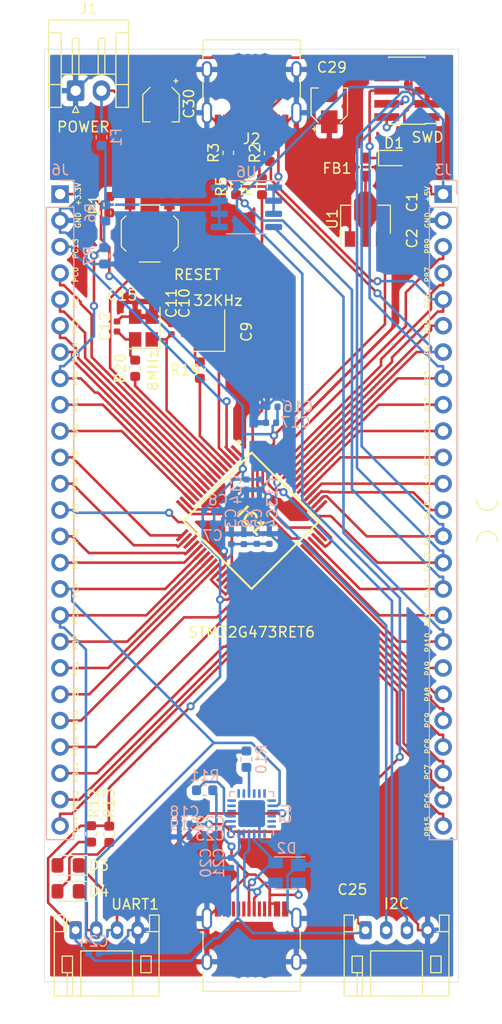
<source format=kicad_pcb>
(kicad_pcb (version 20171130) (host pcbnew "(5.1.5)-3")
  (layers (0 F.Cu signal) (31 B.Cu signal) (34 B.Paste user) (35 F.Paste user) (36 B.SilkS user) (37 F.SilkS user) (38 B.Mask user) (39 F.Mask user) (44 Edge.Cuts user))
  (net 0 "")
  (net 1 GND)
  (net 2 "Net-(C1-Pad1)")
  (net 3 +3.3V)
  (net 4 /MCU/OSC32_IN)
  (net 5 "Net-(C10-Pad1)")
  (net 6 /MCU/OSC8_IN)
  (net 7 "Net-(C12-Pad1)")
  (net 8 +5V)
  (net 9 "Net-(D1-Pad1)")
  (net 10 "Net-(D2-Pad2)")
  (net 11 "Net-(D3-Pad2)")
  (net 12 PC5)
  (net 13 "Net-(D4-Pad2)")
  (net 14 PA4)
  (net 15 "Net-(F1-Pad1)")
  (net 16 PB9)
  (net 17 PB6)
  (net 18 PB5)
  (net 19 PB4)
  (net 20 PB3)
  (net 21 PD2)
  (net 22 PC12)
  (net 23 PC11)
  (net 24 PC10)
  (net 25 PA15)
  (net 26 PA14)
  (net 27 PA13)
  (net 28 PA12)
  (net 29 PA11)
  (net 30 PA10)
  (net 31 PA9)
  (net 32 PA8)
  (net 33 PC9)
  (net 34 PC8)
  (net 35 PC7)
  (net 36 PC6)
  (net 37 PB15)
  (net 38 PB14)
  (net 39 PB13)
  (net 40 PB12)
  (net 41 PB11)
  (net 42 PB2)
  (net 43 PB1)
  (net 44 PB0)
  (net 45 PC4)
  (net 46 PA7)
  (net 47 PA6)
  (net 48 PA5)
  (net 49 PA3)
  (net 50 PA2)
  (net 51 PA1)
  (net 52 PA0)
  (net 53 PC3)
  (net 54 PC2)
  (net 55 PC1)
  (net 56 PC0)
  (net 57 /MCU/OSC8_OUT)
  (net 58 /MCU/OSC32_OUT)
  (net 59 PC13)
  (net 60 "Net-(J2-PadB8)")
  (net 61 "/USB Power Delivery/DA-")
  (net 62 "/USB Power Delivery/DA+")
  (net 63 "Net-(J2-PadA8)")
  (net 64 NRST)
  (net 65 "Net-(J8-Pad8)")
  (net 66 "Net-(J8-Pad7)")
  (net 67 "Net-(P1-PadA5)")
  (net 68 "Net-(R10-Pad1)")
  (net 69 "Net-(R11-Pad2)")
  (net 70 "Net-(U3-Pad24)")
  (net 71 "Net-(U3-Pad23)")
  (net 72 "Net-(U3-Pad22)")
  (net 73 "Net-(U3-Pad19)")
  (net 74 "Net-(U3-Pad18)")
  (net 75 "Net-(U3-Pad17)")
  (net 76 "Net-(U3-Pad16)")
  (net 77 "Net-(U3-Pad14)")
  (net 78 "Net-(U3-Pad13)")
  (net 79 "Net-(U3-Pad12)")
  (net 80 "Net-(U3-Pad11)")
  (net 81 "Net-(U3-Pad10)")
  (net 82 "Net-(U3-Pad1)")
  (net 83 /USB_to_UART/D+)
  (net 84 /USB_to_UART/D-)
  (net 85 "Net-(C29-Pad2)")
  (net 86 "Net-(C30-Pad2)")
  (net 87 PB7)
  (net 88 PB10)
  (net 89 "Net-(J2-PadA5)")
  (net 90 "Net-(J2-PadB5)")
  (net 91 PB8)
  (module Resistor_SMD:R_0603_1608Metric (layer B.Cu) (at 134.25 81.1875 270)
    (fp_text reference R7 (at 0 1.43 90) (layer B.SilkS) (effects (justify mirror)))
    (fp_text value R_Small)
    (pad 2 smd roundrect (at 0.7875 0 270) (size 0.875 0.95) (layers B.Cu B.Paste B.Mask) (net 1 GND))
    (pad 1 smd roundrect (at -0.7875 0 270) (size 0.875 0.95) (layers B.Cu B.Paste B.Mask) (net 52 PA0))
  )
  (module Resistor_SMD:R_0603_1608Metric (layer B.Cu) (at 134.38 77.04 270)
    (fp_text reference R6 (at 0 1.43 90) (layer B.SilkS) (effects (justify mirror)))
    (fp_text value R_Small)
    (pad 2 smd roundrect (at 0.7875 0 270) (size 0.875 0.95) (layers B.Cu B.Paste B.Mask) (net 52 PA0))
    (pad 1 smd roundrect (at -0.7875 0 270) (size 0.875 0.95) (layers B.Cu B.Paste B.Mask) (net 15 "Net-(F1-Pad1)"))
  )
  (module LED_SMD:LED_0805_2012Metric_Pad1.15x1.40mm_HandSolder (layer F.Cu) (at 130.775 140 180)
    (fp_text reference D3 (at -2.975 0) (layer F.SilkS))
    (fp_text value LED)
    (pad 2 smd roundrect (at 1.025 0 180) (size 1.15 1.4) (layers F.Cu F.Paste F.Mask) (roundrect_rratio 0.217391) (net 11 "Net-(D3-Pad2)"))
    (pad 1 smd roundrect (at -1.025 0 180) (size 1.15 1.4) (layers F.Cu F.Paste F.Mask) (roundrect_rratio 0.217391) (net 12 PC5))
  )
  (module LED_SMD:LED_0805_2012Metric_Pad1.15x1.40mm_HandSolder (layer F.Cu) (at 130.775 142.5 180)
    (fp_text reference D4 (at -2.975 0) (layer F.SilkS))
    (fp_text value LED)
    (pad 2 smd roundrect (at 1.025 0 180) (size 1.15 1.4) (layers F.Cu F.Paste F.Mask) (roundrect_rratio 0.217391) (net 13 "Net-(D4-Pad2)"))
    (pad 1 smd roundrect (at -1.025 0 180) (size 1.15 1.4) (layers F.Cu F.Paste F.Mask) (roundrect_rratio 0.217391) (net 45 PC4))
  )
  (module Connector_PinHeader_2.54mm:PinHeader_1x25_P2.54mm_Vertical (layer B.Cu) (at 167 75.23 180)
    (fp_text reference J3 (at 0 2.33) (layer B.SilkS) (effects (justify mirror)))
    (fp_text value Conn_01x25)
    (pad 25 thru_hole oval (at 0 -60.96 180) (size 1.7 1.7) (drill 1) (layers *.Cu *.Mask) (net 37 PB15))
    (pad 24 thru_hole oval (at 0 -58.42 180) (size 1.7 1.7) (drill 1) (layers *.Cu *.Mask) (net 36 PC6))
    (pad 23 thru_hole oval (at 0 -55.88 180) (size 1.7 1.7) (drill 1) (layers *.Cu *.Mask) (net 35 PC7))
    (pad 22 thru_hole oval (at 0 -53.34 180) (size 1.7 1.7) (drill 1) (layers *.Cu *.Mask) (net 34 PC8))
    (pad 21 thru_hole oval (at 0 -50.8 180) (size 1.7 1.7) (drill 1) (layers *.Cu *.Mask) (net 33 PC9))
    (pad 20 thru_hole oval (at 0 -48.26 180) (size 1.7 1.7) (drill 1) (layers *.Cu *.Mask) (net 32 PA8))
    (pad 19 thru_hole oval (at 0 -45.72 180) (size 1.7 1.7) (drill 1) (layers *.Cu *.Mask) (net 31 PA9))
    (pad 18 thru_hole oval (at 0 -43.18 180) (size 1.7 1.7) (drill 1) (layers *.Cu *.Mask) (net 30 PA10))
    (pad 17 thru_hole oval (at 0 -40.64 180) (size 1.7 1.7) (drill 1) (layers *.Cu *.Mask) (net 29 PA11))
    (pad 16 thru_hole oval (at 0 -38.1 180) (size 1.7 1.7) (drill 1) (layers *.Cu *.Mask) (net 28 PA12))
    (pad 15 thru_hole oval (at 0 -35.56 180) (size 1.7 1.7) (drill 1) (layers *.Cu *.Mask) (net 27 PA13))
    (pad 14 thru_hole oval (at 0 -33.02 180) (size 1.7 1.7) (drill 1) (layers *.Cu *.Mask) (net 26 PA14))
    (pad 13 thru_hole oval (at 0 -30.48 180) (size 1.7 1.7) (drill 1) (layers *.Cu *.Mask) (net 25 PA15))
    (pad 12 thru_hole oval (at 0 -27.94 180) (size 1.7 1.7) (drill 1) (layers *.Cu *.Mask) (net 24 PC10))
    (pad 11 thru_hole oval (at 0 -25.4 180) (size 1.7 1.7) (drill 1) (layers *.Cu *.Mask) (net 23 PC11))
    (pad 10 thru_hole oval (at 0 -22.86 180) (size 1.7 1.7) (drill 1) (layers *.Cu *.Mask) (net 22 PC12))
    (pad 9 thru_hole oval (at 0 -20.32 180) (size 1.7 1.7) (drill 1) (layers *.Cu *.Mask) (net 21 PD2))
    (pad 8 thru_hole oval (at 0 -17.78 180) (size 1.7 1.7) (drill 1) (layers *.Cu *.Mask) (net 20 PB3))
    (pad 7 thru_hole oval (at 0 -15.24 180) (size 1.7 1.7) (drill 1) (layers *.Cu *.Mask) (net 19 PB4))
    (pad 6 thru_hole oval (at 0 -12.7 180) (size 1.7 1.7) (drill 1) (layers *.Cu *.Mask) (net 18 PB5))
    (pad 5 thru_hole oval (at 0 -10.16 180) (size 1.7 1.7) (drill 1) (layers *.Cu *.Mask) (net 17 PB6))
    (pad 4 thru_hole oval (at 0 -7.62 180) (size 1.7 1.7) (drill 1) (layers *.Cu *.Mask) (net 87 PB7))
    (pad 3 thru_hole oval (at 0 -5.08 180) (size 1.7 1.7) (drill 1) (layers *.Cu *.Mask) (net 16 PB9))
    (pad 2 thru_hole oval (at 0 -2.54 180) (size 1.7 1.7) (drill 1) (layers *.Cu *.Mask) (net 1 GND))
    (pad 1 thru_hole rect (at 0 0 180) (size 1.7 1.7) (drill 1) (layers *.Cu *.Mask) (net 8 +5V))
  )
  (module Connector_PinHeader_2.54mm:PinHeader_1x25_P2.54mm_Vertical (layer B.Cu) (at 130 75.23 180)
    (fp_text reference J6 (at 0 2.33) (layer B.SilkS) (effects (justify mirror)))
    (fp_text value Conn_01x25)
    (pad 25 thru_hole oval (at 0 -60.96 180) (size 1.7 1.7) (drill 1) (layers *.Cu *.Mask) (net 38 PB14))
    (pad 24 thru_hole oval (at 0 -58.42 180) (size 1.7 1.7) (drill 1) (layers *.Cu *.Mask) (net 39 PB13))
    (pad 23 thru_hole oval (at 0 -55.88 180) (size 1.7 1.7) (drill 1) (layers *.Cu *.Mask) (net 40 PB12))
    (pad 22 thru_hole oval (at 0 -53.34 180) (size 1.7 1.7) (drill 1) (layers *.Cu *.Mask) (net 41 PB11))
    (pad 21 thru_hole oval (at 0 -50.8 180) (size 1.7 1.7) (drill 1) (layers *.Cu *.Mask) (net 88 PB10))
    (pad 20 thru_hole oval (at 0 -48.26 180) (size 1.7 1.7) (drill 1) (layers *.Cu *.Mask) (net 42 PB2))
    (pad 19 thru_hole oval (at 0 -45.72 180) (size 1.7 1.7) (drill 1) (layers *.Cu *.Mask) (net 43 PB1))
    (pad 18 thru_hole oval (at 0 -43.18 180) (size 1.7 1.7) (drill 1) (layers *.Cu *.Mask) (net 44 PB0))
    (pad 17 thru_hole oval (at 0 -40.64 180) (size 1.7 1.7) (drill 1) (layers *.Cu *.Mask) (net 12 PC5))
    (pad 16 thru_hole oval (at 0 -38.1 180) (size 1.7 1.7) (drill 1) (layers *.Cu *.Mask) (net 45 PC4))
    (pad 15 thru_hole oval (at 0 -35.56 180) (size 1.7 1.7) (drill 1) (layers *.Cu *.Mask) (net 46 PA7))
    (pad 14 thru_hole oval (at 0 -33.02 180) (size 1.7 1.7) (drill 1) (layers *.Cu *.Mask) (net 47 PA6))
    (pad 13 thru_hole oval (at 0 -30.48 180) (size 1.7 1.7) (drill 1) (layers *.Cu *.Mask) (net 48 PA5))
    (pad 12 thru_hole oval (at 0 -27.94 180) (size 1.7 1.7) (drill 1) (layers *.Cu *.Mask) (net 14 PA4))
    (pad 11 thru_hole oval (at 0 -25.4 180) (size 1.7 1.7) (drill 1) (layers *.Cu *.Mask) (net 49 PA3))
    (pad 10 thru_hole oval (at 0 -22.86 180) (size 1.7 1.7) (drill 1) (layers *.Cu *.Mask) (net 50 PA2))
    (pad 9 thru_hole oval (at 0 -20.32 180) (size 1.7 1.7) (drill 1) (layers *.Cu *.Mask) (net 51 PA1))
    (pad 8 thru_hole oval (at 0 -17.78 180) (size 1.7 1.7) (drill 1) (layers *.Cu *.Mask) (net 52 PA0))
    (pad 7 thru_hole oval (at 0 -15.24 180) (size 1.7 1.7) (drill 1) (layers *.Cu *.Mask) (net 53 PC3))
    (pad 6 thru_hole oval (at 0 -12.7 180) (size 1.7 1.7) (drill 1) (layers *.Cu *.Mask) (net 54 PC2))
    (pad 5 thru_hole oval (at 0 -10.16 180) (size 1.7 1.7) (drill 1) (layers *.Cu *.Mask) (net 55 PC1))
    (pad 4 thru_hole oval (at 0 -7.62 180) (size 1.7 1.7) (drill 1) (layers *.Cu *.Mask) (net 56 PC0))
    (pad 3 thru_hole oval (at 0 -5.08 180) (size 1.7 1.7) (drill 1) (layers *.Cu *.Mask) (net 59 PC13))
    (pad 2 thru_hole oval (at 0 -2.54 180) (size 1.7 1.7) (drill 1) (layers *.Cu *.Mask) (net 1 GND))
    (pad 1 thru_hole rect (at 0 0 180) (size 1.7 1.7) (drill 1) (layers *.Cu *.Mask) (net 3 +3.3V))
  )
  (module Resistor_SMD:R_0603_1608Metric (layer F.Cu) (at 134.75 76.25 90)
    (fp_text reference R1 (at 0 -1.43 90) (layer F.SilkS))
    (fp_text value R_Small)
    (pad 2 smd roundrect (at 0.7875 0 90) (size 0.875 0.95) (layers F.Cu F.Paste F.Mask) (net 3 +3.3V))
    (pad 1 smd roundrect (at -0.7875 0 90) (size 0.875 0.95) (layers F.Cu F.Paste F.Mask) (net 64 NRST))
  )
  (module Diode_SMD:D_0603_1608Metric (layer F.Cu) (at 162.25 71.75)
    (fp_text reference D1 (at 0 -1.43) (layer F.SilkS))
    (fp_text value D_Schottky)
    (pad 2 smd roundrect (at 0.7875 0) (size 0.875 0.95) (layers F.Cu F.Paste F.Mask) (net 8 +5V))
    (pad 1 smd roundrect (at -0.7875 0) (size 0.875 0.95) (layers F.Cu F.Paste F.Mask) (net 9 "Net-(D1-Pad1)"))
  )
  (module Resistor_SMD:R_0603_1608Metric (layer F.Cu) (at 147 74.5 90)
    (fp_text reference R5 (at 0 -1.43 90) (layer F.SilkS))
    (fp_text value R_Small)
    (pad 2 smd roundrect (at 0.7875 0 90) (size 0.875 0.95) (layers F.Cu F.Paste F.Mask) (net 62 "/USB Power Delivery/DA+"))
    (pad 1 smd roundrect (at -0.7875 0 90) (size 0.875 0.95) (layers F.Cu F.Paste F.Mask) (net 28 PA12))
  )
  (module Resistor_SMD:R_0603_1608Metric (layer F.Cu) (at 149.5 74.5 90)
    (fp_text reference R4 (at 0 -1.43 90) (layer F.SilkS))
    (fp_text value R_Small)
    (pad 2 smd roundrect (at 0.7875 0 90) (size 0.875 0.95) (layers F.Cu F.Paste F.Mask) (net 61 "/USB Power Delivery/DA-"))
    (pad 1 smd roundrect (at -0.7875 0 90) (size 0.875 0.95) (layers F.Cu F.Paste F.Mask) (net 29 PA11))
  )
  (module Resistor_SMD:R_0603_1608Metric (layer F.Cu) (at 146.25 71.25 90)
    (fp_text reference R3 (at 0 -1.43 90) (layer F.SilkS))
    (fp_text value R_Small)
    (pad 2 smd roundrect (at 0.7875 0 90) (size 0.875 0.95) (layers F.Cu F.Paste F.Mask) (net 90 "Net-(J2-PadB5)"))
    (pad 1 smd roundrect (at -0.7875 0 90) (size 0.875 0.95) (layers F.Cu F.Paste F.Mask) (net 19 PB4))
  )
  (module Resistor_SMD:R_0603_1608Metric (layer F.Cu) (at 150.25 71.2875 90)
    (fp_text reference R2 (at 0 -1.43 90) (layer F.SilkS))
    (fp_text value R_Small)
    (pad 2 smd roundrect (at 0.7875 0 90) (size 0.875 0.95) (layers F.Cu F.Paste F.Mask) (net 89 "Net-(J2-PadA5)"))
    (pad 1 smd roundrect (at -0.7875 0 90) (size 0.875 0.95) (layers F.Cu F.Paste F.Mask) (net 17 PB6))
  )
  (module ASSETS:USB_C_Receptacle_HRO_TYPE-C-31-M-12 (layer F.Cu) (at 148.5 64.25 180)
    (fp_text reference J2 (at 0 -5.645) (layer F.SilkS))
    (fp_text value USB_C_Receptacle_USB2.0)
    (pad B1 smd rect (at 3.25 -4.045 180) (size 0.6 1.45) (layers F.Cu F.Paste F.Mask) (net 1 GND))
    (pad A9 smd rect (at 2.45 -4.045 180) (size 0.6 1.45) (layers F.Cu F.Paste F.Mask) (net 85 "Net-(C29-Pad2)"))
    (pad B9 smd rect (at -2.45 -4.045 180) (size 0.6 1.45) (layers F.Cu F.Paste F.Mask) (net 85 "Net-(C29-Pad2)"))
    (pad B12 smd rect (at -3.25 -4.045 180) (size 0.6 1.45) (layers F.Cu F.Paste F.Mask) (net 1 GND))
    (pad A1 smd rect (at -3.25 -4.045 180) (size 0.6 1.45) (layers F.Cu F.Paste F.Mask) (net 1 GND))
    (pad A4 smd rect (at -2.45 -4.045 180) (size 0.6 1.45) (layers F.Cu F.Paste F.Mask) (net 85 "Net-(C29-Pad2)"))
    (pad B4 smd rect (at 2.45 -4.045 180) (size 0.6 1.45) (layers F.Cu F.Paste F.Mask) (net 85 "Net-(C29-Pad2)"))
    (pad A12 smd rect (at 3.25 -4.045 180) (size 0.6 1.45) (layers F.Cu F.Paste F.Mask) (net 1 GND))
    (pad B8 smd rect (at -1.75 -4.045 180) (size 0.3 1.45) (layers F.Cu F.Paste F.Mask) (net 60 "Net-(J2-PadB8)"))
    (pad A5 smd rect (at -1.25 -4.045 180) (size 0.3 1.45) (layers F.Cu F.Paste F.Mask) (net 89 "Net-(J2-PadA5)"))
    (pad B7 smd rect (at -0.75 -4.045 180) (size 0.3 1.45) (layers F.Cu F.Paste F.Mask) (net 61 "/USB Power Delivery/DA-"))
    (pad A7 smd rect (at 0.25 -4.045 180) (size 0.3 1.45) (layers F.Cu F.Paste F.Mask) (net 61 "/USB Power Delivery/DA-"))
    (pad B6 smd rect (at 0.75 -4.045 180) (size 0.3 1.45) (layers F.Cu F.Paste F.Mask) (net 62 "/USB Power Delivery/DA+"))
    (pad A8 smd rect (at 1.25 -4.045 180) (size 0.3 1.45) (layers F.Cu F.Paste F.Mask) (net 63 "Net-(J2-PadA8)"))
    (pad B5 smd rect (at 1.75 -4.045 180) (size 0.3 1.45) (layers F.Cu F.Paste F.Mask) (net 90 "Net-(J2-PadB5)"))
    (pad A6 smd rect (at -0.25 -4.045 180) (size 0.3 1.45) (layers F.Cu F.Paste F.Mask) (net 62 "/USB Power Delivery/DA+"))
    (pad S1 thru_hole oval (at 4.32 -3.13 180) (size 1 2.1) (drill oval 0.6 1.7) (layers *.Cu *.Mask) (net 1 GND))
    (pad S1 thru_hole oval (at -4.32 -3.13 180) (size 1 2.1) (drill oval 0.6 1.7) (layers *.Cu *.Mask) (net 1 GND))
    (pad "" np_thru_hole circle (at -2.89 -2.6 180) (size 0.65 0.65) (drill 0.65) (layers *.Cu *.Mask))
    (pad S1 thru_hole oval (at -4.32 1.05 180) (size 1 1.6) (drill oval 0.6 1.2) (layers *.Cu *.Mask) (net 1 GND))
    (pad "" np_thru_hole circle (at 2.89 -2.6 180) (size 0.65 0.65) (drill 0.65) (layers *.Cu *.Mask))
    (pad S1 thru_hole oval (at 4.32 1.05 180) (size 1 1.6) (drill oval 0.6 1.2) (layers *.Cu *.Mask) (net 1 GND))
  )
  (module Capacitor_SMD:CP_Elec_3x5.3 (layer F.Cu) (at 139.75 66.5 270)
    (fp_text reference C30 (at 0 -2.7 90) (layer F.SilkS))
    (fp_text value C)
    (pad 2 smd rect (at 1.5 0 270) (size 2.2 1.6) (layers F.Cu F.Paste F.Mask) (net 86 "Net-(C30-Pad2)"))
    (pad 1 smd rect (at -1.5 0 270) (size 2.2 1.6) (layers F.Cu F.Paste F.Mask) (net 1 GND))
  )
  (module Capacitor_SMD:CP_Elec_3x5.3 (layer F.Cu) (at 156 66.75 90)
    (fp_text reference C29 (at 3.75 0.25 180) (layer F.SilkS))
    (fp_text value C)
    (pad 2 smd rect (at 1.5 0 90) (size 2.2 1.6) (layers F.Cu F.Paste F.Mask) (net 85 "Net-(C29-Pad2)"))
    (pad 1 smd rect (at -1.5 0 90) (size 2.2 1.6) (layers F.Cu F.Paste F.Mask) (net 1 GND))
  )
  (module Package_SO:SOP-8_3.9x4.9mm_P1.27mm (layer B.Cu) (at 148 76.5 180)
    (fp_text reference U6 (at 0 3.4) (layer B.SilkS) (effects (justify mirror)))
    (fp_text value IRF7205TRPB)
    (pad 8 smd roundrect (at 2.625 1.905 180) (size 1.65 0.6) (layers B.Cu B.Paste B.Mask) (net 15 "Net-(F1-Pad1)"))
    (pad 7 smd roundrect (at 2.625 0.635 180) (size 1.65 0.6) (layers B.Cu B.Paste B.Mask) (net 15 "Net-(F1-Pad1)"))
    (pad 6 smd roundrect (at 2.625 -0.635 180) (size 1.65 0.6) (layers B.Cu B.Paste B.Mask) (net 15 "Net-(F1-Pad1)"))
    (pad 5 smd roundrect (at 2.625 -1.905 180) (size 1.65 0.6) (layers B.Cu B.Paste B.Mask) (net 15 "Net-(F1-Pad1)"))
    (pad 4 smd roundrect (at -2.625 -1.905 180) (size 1.65 0.6) (layers B.Cu B.Paste B.Mask) (net 30 PA10))
    (pad 3 smd roundrect (at -2.625 -0.635 180) (size 1.65 0.6) (layers B.Cu B.Paste B.Mask) (net 85 "Net-(C29-Pad2)"))
    (pad 2 smd roundrect (at -2.625 0.635 180) (size 1.65 0.6) (layers B.Cu B.Paste B.Mask) (net 85 "Net-(C29-Pad2)"))
    (pad 1 smd roundrect (at -2.625 1.905 180) (size 1.65 0.6) (layers B.Cu B.Paste B.Mask) (net 85 "Net-(C29-Pad2)"))
  )
  (module Crystal:Crystal_SMD_SeikoEpson_FA238-4Pin_3.2x2.5mm (layer F.Cu) (at 138.05 88.15 90)
    (fp_text reference 8MHz (at -4.1 0.95 270) (layer F.SilkS))
    (fp_text value Crystal_GND23)
    (pad 4 smd rect (at -1.1 -0.8 90) (size 1.4 1.2) (layers F.Cu F.Paste F.Mask) (net 7 "Net-(C12-Pad1)"))
    (pad 3 smd rect (at 1.1 -0.8 90) (size 1.4 1.2) (layers F.Cu F.Paste F.Mask) (net 1 GND))
    (pad 2 smd rect (at 1.1 0.8 90) (size 1.4 1.2) (layers F.Cu F.Paste F.Mask) (net 1 GND))
    (pad 1 smd rect (at -1.1 0.8 90) (size 1.4 1.2) (layers F.Cu F.Paste F.Mask) (net 6 /MCU/OSC8_IN))
  )
  (module Crystal:Crystal_SMD_SeikoEpson_FA238-4Pin_3.2x2.5mm (layer F.Cu) (at 144.3 88.4 90)
    (fp_text reference 32KHz (at 2.9 0.95 180) (layer F.SilkS))
    (fp_text value Crystal_GND23)
    (pad 4 smd rect (at -1.1 -0.8 90) (size 1.4 1.2) (layers F.Cu F.Paste F.Mask) (net 5 "Net-(C10-Pad1)"))
    (pad 3 smd rect (at 1.1 -0.8 90) (size 1.4 1.2) (layers F.Cu F.Paste F.Mask) (net 1 GND))
    (pad 2 smd rect (at 1.1 0.8 90) (size 1.4 1.2) (layers F.Cu F.Paste F.Mask) (net 1 GND))
    (pad 1 smd rect (at -1.1 0.8 90) (size 1.4 1.2) (layers F.Cu F.Paste F.Mask) (net 4 /MCU/OSC32_IN))
  )
  (module Package_DFN_QFN:QFN-24-1EP_4x4mm_P0.5mm_EP2.6x2.6mm (layer B.Cu) (at 148.5 135 90)
    (fp_text reference U3 (at 0 3.3 270) (layer B.SilkS) (effects (justify mirror)))
    (fp_text value CP2102N-A01-GQFN24)
    (pad 24 smd roundrect (at -1.25 1.9375 90) (size 0.25 0.825) (layers B.Cu B.Paste B.Mask) (net 70 "Net-(U3-Pad24)"))
    (pad 23 smd roundrect (at -0.75 1.9375 90) (size 0.25 0.825) (layers B.Cu B.Paste B.Mask) (net 71 "Net-(U3-Pad23)"))
    (pad 22 smd roundrect (at -0.25 1.9375 90) (size 0.25 0.825) (layers B.Cu B.Paste B.Mask) (net 72 "Net-(U3-Pad22)"))
    (pad 21 smd roundrect (at 0.25 1.9375 90) (size 0.25 0.825) (layers B.Cu B.Paste B.Mask) (net 12 PC5))
    (pad 20 smd roundrect (at 0.75 1.9375 90) (size 0.25 0.825) (layers B.Cu B.Paste B.Mask) (net 45 PC4))
    (pad 19 smd roundrect (at 1.25 1.9375 90) (size 0.25 0.825) (layers B.Cu B.Paste B.Mask) (net 73 "Net-(U3-Pad19)"))
    (pad 18 smd roundrect (at 1.9375 1.25 90) (size 0.825 0.25) (layers B.Cu B.Paste B.Mask) (net 74 "Net-(U3-Pad18)"))
    (pad 17 smd roundrect (at 1.9375 0.75 90) (size 0.825 0.25) (layers B.Cu B.Paste B.Mask) (net 75 "Net-(U3-Pad17)"))
    (pad 16 smd roundrect (at 1.9375 0.25 90) (size 0.825 0.25) (layers B.Cu B.Paste B.Mask) (net 76 "Net-(U3-Pad16)"))
    (pad 15 smd roundrect (at 1.9375 -0.25 90) (size 0.825 0.25) (layers B.Cu B.Paste B.Mask) (net 68 "Net-(R10-Pad1)"))
    (pad 14 smd roundrect (at 1.9375 -0.75 90) (size 0.825 0.25) (layers B.Cu B.Paste B.Mask) (net 77 "Net-(U3-Pad14)"))
    (pad 13 smd roundrect (at 1.9375 -1.25 90) (size 0.825 0.25) (layers B.Cu B.Paste B.Mask) (net 78 "Net-(U3-Pad13)"))
    (pad 12 smd roundrect (at 1.25 -1.9375 90) (size 0.25 0.825) (layers B.Cu B.Paste B.Mask) (net 79 "Net-(U3-Pad12)"))
    (pad 11 smd roundrect (at 0.75 -1.9375 90) (size 0.25 0.825) (layers B.Cu B.Paste B.Mask) (net 80 "Net-(U3-Pad11)"))
    (pad 10 smd roundrect (at 0.25 -1.9375 90) (size 0.25 0.825) (layers B.Cu B.Paste B.Mask) (net 81 "Net-(U3-Pad10)"))
    (pad 9 smd roundrect (at -0.25 -1.9375 90) (size 0.25 0.825) (layers B.Cu B.Paste B.Mask) (net 69 "Net-(R11-Pad2)"))
    (pad 8 smd roundrect (at -0.75 -1.9375 90) (size 0.25 0.825) (layers B.Cu B.Paste B.Mask) (net 10 "Net-(D2-Pad2)"))
    (pad 7 smd roundrect (at -1.25 -1.9375 90) (size 0.25 0.825) (layers B.Cu B.Paste B.Mask) (net 8 +5V))
    (pad 6 smd roundrect (at -1.9375 -1.25 90) (size 0.825 0.25) (layers B.Cu B.Paste B.Mask) (net 3 +3.3V))
    (pad 5 smd roundrect (at -1.9375 -0.75 90) (size 0.825 0.25) (layers B.Cu B.Paste B.Mask) (net 3 +3.3V))
    (pad 4 smd roundrect (at -1.9375 -0.25 90) (size 0.825 0.25) (layers B.Cu B.Paste B.Mask) (net 84 /USB_to_UART/D-))
    (pad 3 smd roundrect (at -1.9375 0.25 90) (size 0.825 0.25) (layers B.Cu B.Paste B.Mask) (net 83 /USB_to_UART/D+))
    (pad 2 smd roundrect (at -1.9375 0.75 90) (size 0.825 0.25) (layers B.Cu B.Paste B.Mask) (net 1 GND))
    (pad 1 smd roundrect (at -1.9375 1.25 90) (size 0.825 0.25) (layers B.Cu B.Paste B.Mask) (net 82 "Net-(U3-Pad1)"))
    (pad 25 smd roundrect (at 0 0 90) (size 2.6 2.6) (layers B.Cu B.Mask) (roundrect_rratio 0.096154) (net 1 GND))
  )
  (module Package_TO_SOT_SMD:SOT-89-3 (layer F.Cu) (at 159.5 78.0835 90)
    (fp_text reference U1 (at 0.45 -3.2 90) (layer F.SilkS))
    (fp_text value AP2127R-3.3)
    (pad 2 smd trapezoid (at -0.0762 0 180) (size 1.5 1) (rect_delta 0 0.7) (layers F.Cu F.Paste F.Mask) (net 2 "Net-(C1-Pad1)"))
    (pad 2 smd rect (at 1.3335 0) (size 2.2 1.84) (layers F.Cu F.Paste F.Mask) (net 2 "Net-(C1-Pad1)"))
    (pad 3 smd rect (at -1.48 1.5) (size 1 1.5) (layers F.Cu F.Paste F.Mask) (net 3 +3.3V))
    (pad 2 smd rect (at -1.3335 0) (size 1 1.8) (layers F.Cu F.Paste F.Mask) (net 2 "Net-(C1-Pad1)"))
    (pad 1 smd rect (at -1.48 -1.5) (size 1 1.5) (layers F.Cu F.Paste F.Mask) (net 1 GND))
    (pad 2 smd trapezoid (at 2.667 0) (size 1.6 0.85) (rect_delta 0 0.6) (layers F.Cu F.Paste F.Mask) (net 2 "Net-(C1-Pad1)"))
  )
  (module Button_Switch_SMD:SW_SPST_TL3342 (layer F.Cu) (at 138.66 79.03 90)
    (fp_text reference RESET (at -3.97 4.59 180) (layer F.SilkS))
    (fp_text value SW_SPST)
    (pad 2 smd rect (at 3.15 1.9 90) (size 1.7 1) (layers F.Cu F.Paste F.Mask) (net 1 GND))
    (pad 2 smd rect (at -3.15 1.9 90) (size 1.7 1) (layers F.Cu F.Paste F.Mask) (net 1 GND))
    (pad 1 smd rect (at 3.15 -1.9 90) (size 1.7 1) (layers F.Cu F.Paste F.Mask) (net 64 NRST))
    (pad 1 smd rect (at -3.15 -1.9 90) (size 1.7 1) (layers F.Cu F.Paste F.Mask) (net 64 NRST))
  )
  (module Resistor_SMD:R_0603_1608Metric (layer F.Cu) (at 137.25 92.0375 90)
    (fp_text reference R20 (at 0 -1.43 90) (layer F.SilkS))
    (fp_text value R_Small)
    (pad 2 smd roundrect (at 0.7875 0 90) (size 0.875 0.95) (layers F.Cu F.Paste F.Mask) (net 7 "Net-(C12-Pad1)"))
    (pad 1 smd roundrect (at -0.7875 0 90) (size 0.875 0.95) (layers F.Cu F.Paste F.Mask) (net 57 /MCU/OSC8_OUT))
  )
  (module Resistor_SMD:R_0603_1608Metric (layer F.Cu) (at 143.5 92.2125 90)
    (fp_text reference R19 (at 0 -1.43) (layer F.SilkS))
    (fp_text value R_Small)
    (pad 2 smd roundrect (at 0.7875 0 90) (size 0.875 0.95) (layers F.Cu F.Paste F.Mask) (net 5 "Net-(C10-Pad1)"))
    (pad 1 smd roundrect (at -0.7875 0 90) (size 0.875 0.95) (layers F.Cu F.Paste F.Mask) (net 58 /MCU/OSC32_OUT))
  )
  (module Resistor_SMD:R_0603_1608Metric (layer F.Cu) (at 134.75 137 270)
    (fp_text reference R13 (at -3 0 270) (layer F.SilkS))
    (fp_text value 1K)
    (pad 2 smd roundrect (at 0.7875 0 270) (size 0.875 0.95) (layers F.Cu F.Paste F.Mask) (net 13 "Net-(D4-Pad2)"))
    (pad 1 smd roundrect (at -0.7875 0 270) (size 0.875 0.95) (layers F.Cu F.Paste F.Mask) (net 3 +3.3V))
  )
  (module Resistor_SMD:R_0603_1608Metric (layer F.Cu) (at 133 136.962 270)
    (fp_text reference R12 (at -2.962 -0.25 270) (layer F.SilkS))
    (fp_text value 1K)
    (pad 2 smd roundrect (at 0.7875 0 270) (size 0.875 0.95) (layers F.Cu F.Paste F.Mask) (net 11 "Net-(D3-Pad2)"))
    (pad 1 smd roundrect (at -0.7875 0 270) (size 0.875 0.95) (layers F.Cu F.Paste F.Mask) (net 3 +3.3V))
  )
  (module Resistor_SMD:R_0603_1608Metric (layer B.Cu) (at 143.962 132.75 180)
    (fp_text reference R11 (at 0 1.43) (layer B.SilkS) (effects (justify mirror)))
    (fp_text value 1K)
    (pad 2 smd roundrect (at 0.7875 0 180) (size 0.875 0.95) (layers B.Cu B.Paste B.Mask) (net 69 "Net-(R11-Pad2)"))
    (pad 1 smd roundrect (at -0.7875 0 180) (size 0.875 0.95) (layers B.Cu B.Paste B.Mask) (net 3 +3.3V))
  )
  (module Resistor_SMD:R_0603_1608Metric (layer B.Cu) (at 148 129.75 90)
    (fp_text reference R10 (at 0 1.43 90) (layer B.SilkS) (effects (justify mirror)))
    (fp_text value 1K)
    (pad 2 smd roundrect (at 0.7875 0 90) (size 0.875 0.95) (layers B.Cu B.Paste B.Mask) (net 1 GND))
    (pad 1 smd roundrect (at -0.7875 0 90) (size 0.875 0.95) (layers B.Cu B.Paste B.Mask) (net 68 "Net-(R10-Pad1)"))
  )
  (module ASSETS:USB_C_Receptacle_HRO_TYPE-C-31-M-12 (layer F.Cu) (at 148.5 148.25)
    (fp_text reference P1)
    (fp_text value USB_C_Plug_USB2.0)
    (pad B1 smd rect (at 3.25 -4.045) (size 0.6 1.45) (layers F.Cu F.Paste F.Mask) (net 1 GND))
    (pad A9 smd rect (at 2.45 -4.045) (size 0.6 1.45) (layers F.Cu F.Paste F.Mask) (net 10 "Net-(D2-Pad2)"))
    (pad B9 smd rect (at -2.45 -4.045) (size 0.6 1.45) (layers F.Cu F.Paste F.Mask) (net 10 "Net-(D2-Pad2)"))
    (pad B12 smd rect (at -3.25 -4.045) (size 0.6 1.45) (layers F.Cu F.Paste F.Mask) (net 1 GND))
    (pad A1 smd rect (at -3.25 -4.045) (size 0.6 1.45) (layers F.Cu F.Paste F.Mask) (net 1 GND))
    (pad A4 smd rect (at -2.45 -4.045) (size 0.6 1.45) (layers F.Cu F.Paste F.Mask) (net 10 "Net-(D2-Pad2)"))
    (pad B4 smd rect (at 2.45 -4.045) (size 0.6 1.45) (layers F.Cu F.Paste F.Mask) (net 10 "Net-(D2-Pad2)"))
    (pad A12 smd rect (at 3.25 -4.045) (size 0.6 1.45) (layers F.Cu F.Paste F.Mask) (net 1 GND))
    (pad B8 smd rect (at -1.75 -4.045) (size 0.3 1.45) (layers F.Cu F.Paste F.Mask))
    (pad A5 smd rect (at -1.25 -4.045) (size 0.3 1.45) (layers F.Cu F.Paste F.Mask) (net 67 "Net-(P1-PadA5)"))
    (pad B7 smd rect (at -0.75 -4.045) (size 0.3 1.45) (layers F.Cu F.Paste F.Mask))
    (pad A7 smd rect (at 0.25 -4.045) (size 0.3 1.45) (layers F.Cu F.Paste F.Mask) (net 84 /USB_to_UART/D-))
    (pad B6 smd rect (at 0.75 -4.045) (size 0.3 1.45) (layers F.Cu F.Paste F.Mask))
    (pad A8 smd rect (at 1.25 -4.045) (size 0.3 1.45) (layers F.Cu F.Paste F.Mask))
    (pad B5 smd rect (at 1.75 -4.045) (size 0.3 1.45) (layers F.Cu F.Paste F.Mask) (net 10 "Net-(D2-Pad2)"))
    (pad A6 smd rect (at -0.25 -4.045) (size 0.3 1.45) (layers F.Cu F.Paste F.Mask) (net 83 /USB_to_UART/D+))
    (pad S1 thru_hole oval (at 4.32 -3.13) (size 1 2.1) (drill oval 0.6 1.7) (layers *.Cu *.Mask) (net 1 GND))
    (pad S1 thru_hole oval (at -4.32 -3.13) (size 1 2.1) (drill oval 0.6 1.7) (layers *.Cu *.Mask) (net 1 GND))
    (pad "" np_thru_hole circle (at -2.89 -2.6) (size 0.65 0.65) (drill 0.65) (layers *.Cu *.Mask))
    (pad S1 thru_hole oval (at -4.32 1.05) (size 1 1.6) (drill oval 0.6 1.2) (layers *.Cu *.Mask) (net 1 GND))
    (pad "" np_thru_hole circle (at 2.89 -2.6) (size 0.65 0.65) (drill 0.65) (layers *.Cu *.Mask))
    (pad S1 thru_hole oval (at 4.32 1.05) (size 1 1.6) (drill oval 0.6 1.2) (layers *.Cu *.Mask) (net 1 GND))
  )
  (module Connector_PinHeader_1.27mm:PinHeader_2x05_P1.27mm_Vertical_SMD (layer F.Cu) (at 163.5 65.25 180)
    (fp_text reference SWD (at -2 -4.5) (layer F.SilkS))
    (fp_text value Conn_ARM_JTAG_SWD_10)
    (pad 10 smd rect (at 1.95 2.54 180) (size 2.4 0.74) (layers F.Cu F.Paste F.Mask) (net 64 NRST))
    (pad 9 smd rect (at -1.95 2.54 180) (size 2.4 0.74) (layers F.Cu F.Paste F.Mask) (net 1 GND))
    (pad 8 smd rect (at 1.95 1.27 180) (size 2.4 0.74) (layers F.Cu F.Paste F.Mask) (net 65 "Net-(J8-Pad8)"))
    (pad 7 smd rect (at -1.95 1.27 180) (size 2.4 0.74) (layers F.Cu F.Paste F.Mask) (net 66 "Net-(J8-Pad7)"))
    (pad 6 smd rect (at 1.95 0 180) (size 2.4 0.74) (layers F.Cu F.Paste F.Mask) (net 20 PB3))
    (pad 5 smd rect (at -1.95 0 180) (size 2.4 0.74) (layers F.Cu F.Paste F.Mask) (net 1 GND))
    (pad 4 smd rect (at 1.95 -1.27 180) (size 2.4 0.74) (layers F.Cu F.Paste F.Mask) (net 26 PA14))
    (pad 3 smd rect (at -1.95 -1.27 180) (size 2.4 0.74) (layers F.Cu F.Paste F.Mask) (net 1 GND))
    (pad 2 smd rect (at 1.95 -2.54 180) (size 2.4 0.74) (layers F.Cu F.Paste F.Mask) (net 27 PA13))
    (pad 1 smd rect (at -1.95 -2.54 180) (size 2.4 0.74) (layers F.Cu F.Paste F.Mask) (net 8 +5V))
  )
  (module Connector_JST:JST_PH_S4B-PH-K_1x04_P2.00mm_Horizontal (layer F.Cu) (at 159.5 146.25)
    (fp_text reference I2C (at 3 -2.55) (layer F.SilkS))
    (fp_text value Conn_01x04)
    (pad 4 thru_hole oval (at 6 0) (size 1.2 1.75) (drill 0.75) (layers *.Cu *.Mask) (net 1 GND))
    (pad 3 thru_hole oval (at 4 0) (size 1.2 1.75) (drill 0.75) (layers *.Cu *.Mask) (net 91 PB8))
    (pad 2 thru_hole oval (at 2 0) (size 1.2 1.75) (drill 0.75) (layers *.Cu *.Mask) (net 87 PB7))
    (pad 1 thru_hole roundrect (at 0 0) (size 1.2 1.75) (drill 0.75) (layers *.Cu *.Mask) (roundrect_rratio 0.208333) (net 3 +3.3V))
  )
  (module Connector_JST:JST_PH_S4B-PH-K_1x04_P2.00mm_Horizontal (layer F.Cu) (at 131.5 146.25)
    (fp_text reference UART1 (at 5.75 -2.5) (layer F.SilkS))
    (fp_text value Conn_01x04)
    (pad 4 thru_hole oval (at 6 0) (size 1.2 1.75) (drill 0.75) (layers *.Cu *.Mask) (net 1 GND))
    (pad 3 thru_hole oval (at 4 0) (size 1.2 1.75) (drill 0.75) (layers *.Cu *.Mask) (net 12 PC5))
    (pad 2 thru_hole oval (at 2 0) (size 1.2 1.75) (drill 0.75) (layers *.Cu *.Mask) (net 45 PC4))
    (pad 1 thru_hole roundrect (at 0 0) (size 1.2 1.75) (drill 0.75) (layers *.Cu *.Mask) (roundrect_rratio 0.208333) (net 3 +3.3V))
  )
  (module Connector_JST:JST_EH_S2B-EH_1x02_P2.50mm_Horizontal (layer F.Cu) (at 131.5 65.25)
    (fp_text reference J1 (at 1.25 -7.9) (layer F.SilkS))
    (fp_text value Screw_Terminal_01x02)
    (pad 2 thru_hole oval (at 2.5 0) (size 1.7 2) (drill 1) (layers *.Cu *.Mask) (net 86 "Net-(C30-Pad2)"))
    (pad 1 thru_hole roundrect (at 0 0) (size 1.7 2) (drill 1) (layers *.Cu *.Mask) (roundrect_rratio 0.147059) (net 1 GND))
  )
  (module ASSETS:QFP50P1200X1200X160-64N_STM32G473RET6 (layer F.Cu) (at 148.5 106.75 315)
    (fp_text reference IC1 (at 0 0 135) (layer F.SilkS) (effects (font (size 1.27 1.27) (thickness 0.254))))
    (fp_text value STM32G473RET6 hide)
    (pad 64 smd rect (at -3.75 -5.738 315) (size 0.3 1.475) (layers F.Cu F.Paste F.Mask) (net 3 +3.3V))
    (pad 63 smd rect (at -3.25 -5.738 315) (size 0.3 1.475) (layers F.Cu F.Paste F.Mask) (net 1 GND))
    (pad 62 smd rect (at -2.75 -5.738 315) (size 0.3 1.475) (layers F.Cu F.Paste F.Mask) (net 16 PB9))
    (pad 61 smd rect (at -2.25 -5.738 315) (size 0.3 1.475) (layers F.Cu F.Paste F.Mask) (net 91 PB8))
    (pad 60 smd rect (at -1.75 -5.738 315) (size 0.3 1.475) (layers F.Cu F.Paste F.Mask) (net 87 PB7))
    (pad 59 smd rect (at -1.25 -5.738 315) (size 0.3 1.475) (layers F.Cu F.Paste F.Mask) (net 17 PB6))
    (pad 58 smd rect (at -0.75 -5.738 315) (size 0.3 1.475) (layers F.Cu F.Paste F.Mask) (net 18 PB5))
    (pad 57 smd rect (at -0.25 -5.738 315) (size 0.3 1.475) (layers F.Cu F.Paste F.Mask) (net 19 PB4))
    (pad 56 smd rect (at 0.25 -5.738 315) (size 0.3 1.475) (layers F.Cu F.Paste F.Mask) (net 20 PB3))
    (pad 55 smd rect (at 0.75 -5.738 315) (size 0.3 1.475) (layers F.Cu F.Paste F.Mask) (net 21 PD2))
    (pad 54 smd rect (at 1.25 -5.738 315) (size 0.3 1.475) (layers F.Cu F.Paste F.Mask) (net 22 PC12))
    (pad 53 smd rect (at 1.75 -5.738 315) (size 0.3 1.475) (layers F.Cu F.Paste F.Mask) (net 23 PC11))
    (pad 52 smd rect (at 2.25 -5.738 315) (size 0.3 1.475) (layers F.Cu F.Paste F.Mask) (net 24 PC10))
    (pad 51 smd rect (at 2.75 -5.738 315) (size 0.3 1.475) (layers F.Cu F.Paste F.Mask) (net 25 PA15))
    (pad 50 smd rect (at 3.25 -5.738 315) (size 0.3 1.475) (layers F.Cu F.Paste F.Mask) (net 26 PA14))
    (pad 49 smd rect (at 3.75 -5.738 315) (size 0.3 1.475) (layers F.Cu F.Paste F.Mask) (net 27 PA13))
    (pad 48 smd rect (at 5.738 -3.75 45) (size 0.3 1.475) (layers F.Cu F.Paste F.Mask) (net 3 +3.3V))
    (pad 47 smd rect (at 5.738 -3.25 45) (size 0.3 1.475) (layers F.Cu F.Paste F.Mask) (net 1 GND))
    (pad 46 smd rect (at 5.738 -2.75 45) (size 0.3 1.475) (layers F.Cu F.Paste F.Mask) (net 28 PA12))
    (pad 45 smd rect (at 5.738 -2.25 45) (size 0.3 1.475) (layers F.Cu F.Paste F.Mask) (net 29 PA11))
    (pad 44 smd rect (at 5.738 -1.75 45) (size 0.3 1.475) (layers F.Cu F.Paste F.Mask) (net 30 PA10))
    (pad 43 smd rect (at 5.738 -1.25 45) (size 0.3 1.475) (layers F.Cu F.Paste F.Mask) (net 31 PA9))
    (pad 42 smd rect (at 5.738 -0.75 45) (size 0.3 1.475) (layers F.Cu F.Paste F.Mask) (net 32 PA8))
    (pad 41 smd rect (at 5.738 -0.25 45) (size 0.3 1.475) (layers F.Cu F.Paste F.Mask) (net 33 PC9))
    (pad 40 smd rect (at 5.738 0.25 45) (size 0.3 1.475) (layers F.Cu F.Paste F.Mask) (net 34 PC8))
    (pad 39 smd rect (at 5.738 0.75 45) (size 0.3 1.475) (layers F.Cu F.Paste F.Mask) (net 35 PC7))
    (pad 38 smd rect (at 5.738 1.25 45) (size 0.3 1.475) (layers F.Cu F.Paste F.Mask) (net 36 PC6))
    (pad 37 smd rect (at 5.738 1.75 45) (size 0.3 1.475) (layers F.Cu F.Paste F.Mask) (net 37 PB15))
    (pad 36 smd rect (at 5.738 2.25 45) (size 0.3 1.475) (layers F.Cu F.Paste F.Mask) (net 38 PB14))
    (pad 35 smd rect (at 5.738 2.75 45) (size 0.3 1.475) (layers F.Cu F.Paste F.Mask) (net 39 PB13))
    (pad 34 smd rect (at 5.738 3.25 45) (size 0.3 1.475) (layers F.Cu F.Paste F.Mask) (net 40 PB12))
    (pad 33 smd rect (at 5.738 3.75 45) (size 0.3 1.475) (layers F.Cu F.Paste F.Mask) (net 41 PB11))
    (pad 32 smd rect (at 3.75 5.738 315) (size 0.3 1.475) (layers F.Cu F.Paste F.Mask) (net 3 +3.3V))
    (pad 31 smd rect (at 3.25 5.738 315) (size 0.3 1.475) (layers F.Cu F.Paste F.Mask) (net 1 GND))
    (pad 30 smd rect (at 2.75 5.738 315) (size 0.3 1.475) (layers F.Cu F.Paste F.Mask) (net 88 PB10))
    (pad 29 smd rect (at 2.25 5.738 315) (size 0.3 1.475) (layers F.Cu F.Paste F.Mask) (net 3 +3.3V))
    (pad 28 smd rect (at 1.75 5.738 315) (size 0.3 1.475) (layers F.Cu F.Paste F.Mask) (net 3 +3.3V))
    (pad 27 smd rect (at 1.25 5.738 315) (size 0.3 1.475) (layers F.Cu F.Paste F.Mask) (net 1 GND))
    (pad 26 smd rect (at 0.75 5.738 315) (size 0.3 1.475) (layers F.Cu F.Paste F.Mask) (net 42 PB2))
    (pad 25 smd rect (at 0.25 5.738 315) (size 0.3 1.475) (layers F.Cu F.Paste F.Mask) (net 43 PB1))
    (pad 24 smd rect (at -0.25 5.738 315) (size 0.3 1.475) (layers F.Cu F.Paste F.Mask) (net 44 PB0))
    (pad 23 smd rect (at -0.75 5.738 315) (size 0.3 1.475) (layers F.Cu F.Paste F.Mask) (net 12 PC5))
    (pad 22 smd rect (at -1.25 5.738 315) (size 0.3 1.475) (layers F.Cu F.Paste F.Mask) (net 45 PC4))
    (pad 21 smd rect (at -1.75 5.738 315) (size 0.3 1.475) (layers F.Cu F.Paste F.Mask) (net 46 PA7))
    (pad 20 smd rect (at -2.25 5.738 315) (size 0.3 1.475) (layers F.Cu F.Paste F.Mask) (net 47 PA6))
    (pad 19 smd rect (at -2.75 5.738 315) (size 0.3 1.475) (layers F.Cu F.Paste F.Mask) (net 48 PA5))
    (pad 18 smd rect (at -3.25 5.738 315) (size 0.3 1.475) (layers F.Cu F.Paste F.Mask) (net 14 PA4))
    (pad 17 smd rect (at -3.75 5.738 315) (size 0.3 1.475) (layers F.Cu F.Paste F.Mask) (net 49 PA3))
    (pad 16 smd rect (at -5.738 3.75 45) (size 0.3 1.475) (layers F.Cu F.Paste F.Mask) (net 3 +3.3V))
    (pad 15 smd rect (at -5.738 3.25 45) (size 0.3 1.475) (layers F.Cu F.Paste F.Mask) (net 1 GND))
    (pad 14 smd rect (at -5.738 2.75 45) (size 0.3 1.475) (layers F.Cu F.Paste F.Mask) (net 50 PA2))
    (pad 13 smd rect (at -5.738 2.25 45) (size 0.3 1.475) (layers F.Cu F.Paste F.Mask) (net 51 PA1))
    (pad 12 smd rect (at -5.738 1.75 45) (size 0.3 1.475) (layers F.Cu F.Paste F.Mask) (net 52 PA0))
    (pad 11 smd rect (at -5.738 1.25 45) (size 0.3 1.475) (layers F.Cu F.Paste F.Mask) (net 53 PC3))
    (pad 10 smd rect (at -5.738 0.75 45) (size 0.3 1.475) (layers F.Cu F.Paste F.Mask) (net 54 PC2))
    (pad 9 smd rect (at -5.738 0.25 45) (size 0.3 1.475) (layers F.Cu F.Paste F.Mask) (net 55 PC1))
    (pad 8 smd rect (at -5.738 -0.25 45) (size 0.3 1.475) (layers F.Cu F.Paste F.Mask) (net 56 PC0))
    (pad 7 smd rect (at -5.738 -0.75 45) (size 0.3 1.475) (layers F.Cu F.Paste F.Mask) (net 64 NRST))
    (pad 6 smd rect (at -5.738 -1.25 45) (size 0.3 1.475) (layers F.Cu F.Paste F.Mask) (net 57 /MCU/OSC8_OUT))
    (pad 5 smd rect (at -5.738 -1.75 45) (size 0.3 1.475) (layers F.Cu F.Paste F.Mask) (net 6 /MCU/OSC8_IN))
    (pad 4 smd rect (at -5.738 -2.25 45) (size 0.3 1.475) (layers F.Cu F.Paste F.Mask) (net 58 /MCU/OSC32_OUT))
    (pad 3 smd rect (at -5.738 -2.75 45) (size 0.3 1.475) (layers F.Cu F.Paste F.Mask) (net 4 /MCU/OSC32_IN))
    (pad 2 smd rect (at -5.738 -3.25 45) (size 0.3 1.475) (layers F.Cu F.Paste F.Mask) (net 59 PC13))
    (pad 1 smd rect (at -5.738 -3.75 45) (size 0.3 1.475) (layers F.Cu F.Paste F.Mask) (net 3 +3.3V))
  )
  (module Inductor_SMD:L_0603_1608Metric_Pad1.05x0.95mm_HandSolder (layer F.Cu) (at 159.5 72.625 90)
    (fp_text reference FB1 (at -0.125 -2.75 180) (layer F.SilkS))
    (fp_text value Ferrite_Bead)
    (pad 2 smd roundrect (at 0.875 0 90) (size 1.05 0.95) (layers F.Cu F.Paste F.Mask) (net 9 "Net-(D1-Pad1)"))
    (pad 1 smd roundrect (at -0.875 0 90) (size 1.05 0.95) (layers F.Cu F.Paste F.Mask) (net 2 "Net-(C1-Pad1)"))
  )
  (module Fuse:Fuse_0603_1608Metric (layer B.Cu) (at 134 69.75 90)
    (fp_text reference F1 (at 0 1.43 90) (layer B.SilkS) (effects (justify mirror)))
    (fp_text value Fuse)
    (pad 2 smd roundrect (at 0.7875 0 90) (size 0.875 0.95) (layers B.Cu B.Paste B.Mask) (net 86 "Net-(C30-Pad2)"))
    (pad 1 smd roundrect (at -0.7875 0 90) (size 0.875 0.95) (layers B.Cu B.Paste B.Mask) (net 15 "Net-(F1-Pad1)"))
  )
  (module Package_TO_SOT_SMD:SOT-143 (layer B.Cu) (at 151.9 140.73 180)
    (fp_text reference D2 (at 0.02 2.38) (layer B.SilkS) (effects (justify mirror)))
    (fp_text value SP0503BAHT)
    (pad 4 smd rect (at 1.1 0.95 270) (size 1 1.4) (layers B.Cu B.Paste B.Mask) (net 83 /USB_to_UART/D+))
    (pad 3 smd rect (at 1.1 -0.95 270) (size 1 1.4) (layers B.Cu B.Paste B.Mask) (net 84 /USB_to_UART/D-))
    (pad 2 smd rect (at -1.1 -0.95 270) (size 1 1.4) (layers B.Cu B.Paste B.Mask) (net 10 "Net-(D2-Pad2)"))
    (pad 1 smd rect (at -1.1 0.77 270) (size 1.2 1.4) (layers B.Cu B.Paste B.Mask) (net 1 GND))
  )
  (module Capacitor_SMD:C_0402_1005Metric (layer F.Cu) (at 158.235 143.5)
    (fp_text reference C25 (at 0 -1.17) (layer F.SilkS))
    (fp_text value C_Small)
    (pad 2 smd roundrect (at 0.485 0) (size 0.59 0.64) (layers F.Cu F.Paste F.Mask) (net 3 +3.3V))
    (pad 1 smd roundrect (at -0.485 0) (size 0.59 0.64) (layers F.Cu F.Paste F.Mask) (net 1 GND))
  )
  (module Capacitor_SMD:C_0402_1005Metric (layer B.Cu) (at 133.25 148.5 180)
    (fp_text reference C24 (at 0 1.17 180) (layer B.SilkS) (effects (justify mirror)))
    (fp_text value C_Small)
    (pad 2 smd roundrect (at 0.485 0 180) (size 0.59 0.64) (layers B.Cu B.Paste B.Mask) (net 3 +3.3V))
    (pad 1 smd roundrect (at -0.485 0 180) (size 0.59 0.64) (layers B.Cu B.Paste B.Mask) (net 1 GND))
  )
  (module Capacitor_SMD:C_0402_1005Metric (layer B.Cu) (at 144.5 138.25 180)
    (fp_text reference C23 (at 0 1.17) (layer B.SilkS) (effects (justify mirror)))
    (fp_text value 0.1U)
    (pad 2 smd roundrect (at 0.485 0 180) (size 0.59 0.64) (layers B.Cu B.Paste B.Mask) (net 1 GND))
    (pad 1 smd roundrect (at -0.485 0 180) (size 0.59 0.64) (layers B.Cu B.Paste B.Mask) (net 3 +3.3V))
  )
  (module Capacitor_SMD:C_0402_1005Metric (layer B.Cu) (at 144.5 137 180)
    (fp_text reference C22 (at 0 1.17) (layer B.SilkS) (effects (justify mirror)))
    (fp_text value 4.7U)
    (pad 2 smd roundrect (at 0.485 0 180) (size 0.59 0.64) (layers B.Cu B.Paste B.Mask) (net 1 GND))
    (pad 1 smd roundrect (at -0.485 0 180) (size 0.59 0.64) (layers B.Cu B.Paste B.Mask) (net 3 +3.3V))
  )
  (module Capacitor_SMD:C_0402_1005Metric (layer B.Cu) (at 146.5 139.75 270)
    (fp_text reference C21 (at 0 1.17 90) (layer B.SilkS) (effects (justify mirror)))
    (fp_text value 0.1U)
    (pad 2 smd roundrect (at 0.485 0 270) (size 0.59 0.64) (layers B.Cu B.Paste B.Mask) (net 1 GND))
    (pad 1 smd roundrect (at -0.485 0 270) (size 0.59 0.64) (layers B.Cu B.Paste B.Mask) (net 3 +3.3V))
  )
  (module Capacitor_SMD:C_0402_1005Metric (layer B.Cu) (at 145.25 139.75 270)
    (fp_text reference C20 (at 0 1.17 90) (layer B.SilkS) (effects (justify mirror)))
    (fp_text value 4.7U)
    (pad 2 smd roundrect (at 0.485 0 270) (size 0.59 0.64) (layers B.Cu B.Paste B.Mask) (net 1 GND))
    (pad 1 smd roundrect (at -0.485 0 270) (size 0.59 0.64) (layers B.Cu B.Paste B.Mask) (net 3 +3.3V))
  )
  (module Capacitor_SMD:C_0402_1005Metric (layer B.Cu) (at 142.015 137.25 180)
    (fp_text reference C19 (at 0 1.17) (layer B.SilkS) (effects (justify mirror)))
    (fp_text value 0.1U)
    (pad 2 smd roundrect (at 0.485 0 180) (size 0.59 0.64) (layers B.Cu B.Paste B.Mask) (net 1 GND))
    (pad 1 smd roundrect (at -0.485 0 180) (size 0.59 0.64) (layers B.Cu B.Paste B.Mask) (net 8 +5V))
  )
  (module Capacitor_SMD:C_0402_1005Metric (layer B.Cu) (at 142.015 136 180)
    (fp_text reference C18 (at 0 1.17) (layer B.SilkS) (effects (justify mirror)))
    (fp_text value 4.7U)
    (pad 2 smd roundrect (at 0.485 0 180) (size 0.59 0.64) (layers B.Cu B.Paste B.Mask) (net 1 GND))
    (pad 1 smd roundrect (at -0.485 0 180) (size 0.59 0.64) (layers B.Cu B.Paste B.Mask) (net 8 +5V))
  )
  (module Capacitor_SMD:C_0402_1005Metric (layer B.Cu) (at 150.38 97.29 180)
    (fp_text reference C17 (at -2.37 0.04) (layer B.SilkS) (effects (justify mirror)))
    (fp_text value 100N)
    (pad 2 smd roundrect (at 0.485 0 180) (size 0.59 0.64) (layers B.Cu B.Paste B.Mask) (net 1 GND))
    (pad 1 smd roundrect (at -0.485 0 180) (size 0.59 0.64) (layers B.Cu B.Paste B.Mask) (net 3 +3.3V))
  )
  (module Capacitor_SMD:C_0402_1005Metric (layer B.Cu) (at 150.515 95.75 180)
    (fp_text reference C16 (at -2.485 0) (layer B.SilkS) (effects (justify mirror)))
    (fp_text value 4.7U)
    (pad 2 smd roundrect (at 0.485 0 180) (size 0.59 0.64) (layers B.Cu B.Paste B.Mask) (net 1 GND))
    (pad 1 smd roundrect (at -0.485 0 180) (size 0.59 0.64) (layers B.Cu B.Paste B.Mask) (net 3 +3.3V))
  )
  (module Capacitor_SMD:C_0402_1005Metric (layer F.Cu) (at 138.515 84.5 180)
    (fp_text reference C15 (at 2.515 -0.5 180) (layer F.SilkS))
    (fp_text value 100N)
    (pad 2 smd roundrect (at 0.485 0 180) (size 0.59 0.64) (layers F.Cu F.Paste F.Mask) (net 64 NRST))
    (pad 1 smd roundrect (at -0.485 0 180) (size 0.59 0.64) (layers F.Cu F.Paste F.Mask) (net 1 GND))
  )
  (module Capacitor_SMD:C_0402_1005Metric (layer B.Cu) (at 148 103.25 270)
    (fp_text reference C14 (at 0.5 1 270) (layer B.SilkS) (effects (justify mirror)))
    (fp_text value 100N)
    (pad 2 smd roundrect (at 0.485 0 270) (size 0.59 0.64) (layers B.Cu B.Paste B.Mask) (net 1 GND))
    (pad 1 smd roundrect (at -0.485 0 270) (size 0.59 0.64) (layers B.Cu B.Paste B.Mask) (net 3 +3.3V))
  )
  (module Capacitor_SMD:C_0402_1005Metric (layer B.Cu) (at 149.25 103.25 270)
    (fp_text reference C13 (at 0.75 -1.25 90) (layer B.SilkS) (effects (justify mirror)))
    (fp_text value 4.7U)
    (pad 2 smd roundrect (at 0.485 0 270) (size 0.59 0.64) (layers B.Cu B.Paste B.Mask) (net 1 GND))
    (pad 1 smd roundrect (at -0.485 0 270) (size 0.59 0.64) (layers B.Cu B.Paste B.Mask) (net 3 +3.3V))
  )
  (module Capacitor_SMD:C_0402_1005Metric (layer F.Cu) (at 135.5 88 90)
    (fp_text reference C12 (at 0 -1.17 90) (layer F.SilkS))
    (fp_text value 100N)
    (pad 2 smd roundrect (at 0.485 0 90) (size 0.59 0.64) (layers F.Cu F.Paste F.Mask) (net 1 GND))
    (pad 1 smd roundrect (at -0.485 0 90) (size 0.59 0.64) (layers F.Cu F.Paste F.Mask) (net 7 "Net-(C12-Pad1)"))
  )
  (module Capacitor_SMD:C_0402_1005Metric (layer F.Cu) (at 140.75 88.265 90)
    (fp_text reference C11 (at 2.515 0 90) (layer F.SilkS))
    (fp_text value 100N)
    (pad 2 smd roundrect (at 0.485 0 90) (size 0.59 0.64) (layers F.Cu F.Paste F.Mask) (net 1 GND))
    (pad 1 smd roundrect (at -0.485 0 90) (size 0.59 0.64) (layers F.Cu F.Paste F.Mask) (net 6 /MCU/OSC8_IN))
  )
  (module Capacitor_SMD:C_0402_1005Metric (layer F.Cu) (at 142 88.25 90)
    (fp_text reference C10 (at 2.5 0 90) (layer F.SilkS))
    (fp_text value 100N)
    (pad 2 smd roundrect (at 0.485 0 90) (size 0.59 0.64) (layers F.Cu F.Paste F.Mask) (net 1 GND))
    (pad 1 smd roundrect (at -0.485 0 90) (size 0.59 0.64) (layers F.Cu F.Paste F.Mask) (net 5 "Net-(C10-Pad1)"))
  )
  (module Capacitor_SMD:C_0402_1005Metric (layer F.Cu) (at 146.75 88.515 90)
    (fp_text reference C9 (at 0 1.25 90) (layer F.SilkS))
    (fp_text value 100N)
    (pad 2 smd roundrect (at 0.485 0 90) (size 0.59 0.64) (layers F.Cu F.Paste F.Mask) (net 1 GND))
    (pad 1 smd roundrect (at -0.485 0 90) (size 0.59 0.64) (layers F.Cu F.Paste F.Mask) (net 4 /MCU/OSC32_IN))
  )
  (module Capacitor_SMD:C_0402_1005Metric (layer B.Cu) (at 144.395 105.79)
    (fp_text reference C8 (at 0.855 -1.04) (layer B.SilkS) (effects (justify mirror)))
    (fp_text value 100N)
    (pad 2 smd roundrect (at 0.485 0) (size 0.59 0.64) (layers B.Cu B.Paste B.Mask) (net 1 GND))
    (pad 1 smd roundrect (at -0.485 0) (size 0.59 0.64) (layers B.Cu B.Paste B.Mask) (net 3 +3.3V))
  )
  (module Capacitor_SMD:C_0402_1005Metric (layer B.Cu) (at 144.265 107)
    (fp_text reference C7 (at 0.485 1.17) (layer B.SilkS) (effects (justify mirror)))
    (fp_text value 4.7U)
    (pad 2 smd roundrect (at 0.485 0) (size 0.59 0.64) (layers B.Cu B.Paste B.Mask) (net 1 GND))
    (pad 1 smd roundrect (at -0.485 0) (size 0.59 0.64) (layers B.Cu B.Paste B.Mask) (net 3 +3.3V))
  )
  (module Capacitor_SMD:C_0402_1005Metric (layer B.Cu) (at 147.75 108.515 90)
    (fp_text reference C6 (at 2.015 0 90) (layer B.SilkS) (effects (justify mirror)))
    (fp_text value 100N)
    (pad 2 smd roundrect (at 0.485 0 90) (size 0.59 0.64) (layers B.Cu B.Paste B.Mask) (net 1 GND))
    (pad 1 smd roundrect (at -0.485 0 90) (size 0.59 0.64) (layers B.Cu B.Paste B.Mask) (net 3 +3.3V))
  )
  (module Capacitor_SMD:C_0402_1005Metric (layer B.Cu) (at 149 108.485 90)
    (fp_text reference C5 (at 1.985 0 90) (layer B.SilkS) (effects (justify mirror)))
    (fp_text value 100N)
    (pad 2 smd roundrect (at 0.485 0 90) (size 0.59 0.64) (layers B.Cu B.Paste B.Mask) (net 1 GND))
    (pad 1 smd roundrect (at -0.485 0 90) (size 0.59 0.64) (layers B.Cu B.Paste B.Mask) (net 3 +3.3V))
  )
  (module Capacitor_SMD:C_0402_1005Metric (layer B.Cu) (at 150.21 108.485 90)
    (fp_text reference C4 (at 1.985 0.29 90) (layer B.SilkS) (effects (justify mirror)))
    (fp_text value 100N)
    (pad 2 smd roundrect (at 0.485 0 90) (size 0.59 0.64) (layers B.Cu B.Paste B.Mask) (net 1 GND))
    (pad 1 smd roundrect (at -0.485 0 90) (size 0.59 0.64) (layers B.Cu B.Paste B.Mask) (net 3 +3.3V))
  )
  (module Capacitor_SMD:C_0402_1005Metric (layer B.Cu) (at 146.54 108.515 90)
    (fp_text reference C3 (at 2.015 -0.04 90) (layer B.SilkS) (effects (justify mirror)))
    (fp_text value 4.7U)
    (pad 2 smd roundrect (at 0.485 0 90) (size 0.59 0.64) (layers B.Cu B.Paste B.Mask) (net 1 GND))
    (pad 1 smd roundrect (at -0.485 0 90) (size 0.59 0.64) (layers B.Cu B.Paste B.Mask) (net 3 +3.3V))
  )
  (module Capacitor_SMD:C_0402_1005Metric (layer F.Cu) (at 162.75 79.5 90)
    (fp_text reference C2 (at 0 1.25 90) (layer F.SilkS))
    (fp_text value C_Small)
    (pad 2 smd roundrect (at 0.485 0 90) (size 0.59 0.64) (layers F.Cu F.Paste F.Mask) (net 1 GND))
    (pad 1 smd roundrect (at -0.485 0 90) (size 0.59 0.64) (layers F.Cu F.Paste F.Mask) (net 3 +3.3V))
  )
  (module Capacitor_SMD:C_0402_1005Metric (layer F.Cu) (at 162.75 76 90)
    (fp_text reference C1 (at 0 1.25 270) (layer F.SilkS))
    (fp_text value C_Small)
    (pad 2 smd roundrect (at 0.485 0 90) (size 0.59 0.64) (layers F.Cu F.Paste F.Mask) (net 1 GND))
    (pad 1 smd roundrect (at -0.485 0 90) (size 0.59 0.64) (layers F.Cu F.Paste F.Mask) (net 2 "Net-(C1-Pad1)"))
  )
  (gr_line (start 150.5 151.25) (end 146.5 151.25) (layer Edge.Cuts) (width 0.05))
  (gr_line (start 128.5 104.5) (end 128.5 108.5) (layer Edge.Cuts) (width 0.05))
  (gr_line (start 146.5 61.25) (end 150.5 61.25) (layer Edge.Cuts) (width 0.05))
  (gr_line (start 168.5 108.5) (end 168.5 104.5) (layer Edge.Cuts) (width 0.05))
  (gr_arc (start 171.25 104.75) (end 170.25 104.75) (angle -180) (layer F.SilkS) (width 0.12))
  (gr_arc (start 171.25 108.75) (end 172.25 108.75) (angle -180) (layer F.SilkS) (width 0.12))
  (gr_line (start 146.5 151.25) (end 128.5 151.25) (layer Edge.Cuts) (width 0.05))
  (gr_line (start 168.5 151.25) (end 150.5 151.25) (layer Edge.Cuts) (width 0.05))
  (gr_line (start 146.5 61.25) (end 128.5 61.25) (layer Edge.Cuts) (width 0.05))
  (gr_line (start 168.5 61.25) (end 150.5 61.25) (layer Edge.Cuts) (width 0.05))
  (gr_line (start 128.5 104.5) (end 128.5 61.25) (layer Edge.Cuts) (width 0.05))
  (gr_line (start 128.5 151.25) (end 128.5 108.5) (layer Edge.Cuts) (width 0.05))
  (gr_line (start 168.5 104.5) (end 168.5 61.25) (layer Edge.Cuts) (width 0.05))
  (gr_line (start 168.5 108.5) (end 168.5 151.25) (layer Edge.Cuts) (width 0.05))
  (gr_text POWER (at 132.25 68.75) (layer F.SilkS) (effects (font (size 1 1))))
  (gr_text STM32G473RET6 (at 148.5 117.5) (layer F.SilkS) (effects (font (size 1 1))))
  (gr_text +5V (at 165.5 75.25 90) (layer F.SilkS) (effects (font (size 0.5 0.5) (thickness 0.1))))
  (gr_text GND (at 165.5 77.75 90) (layer F.SilkS) (effects (font (size 0.5 0.5) (thickness 0.1))))
  (gr_text PB9 (at 165.5 80.25 90) (layer F.SilkS) (effects (font (size 0.5 0.5) (thickness 0.1))))
  (gr_text PB7 (at 165.5 83 90) (layer F.SilkS) (effects (font (size 0.5 0.5) (thickness 0.1))))
  (gr_text PB6 (at 165.5 85.5 90) (layer F.SilkS) (effects (font (size 0.5 0.5) (thickness 0.1))))
  (gr_text PB5 (at 165.5 88 90) (layer F.SilkS) (effects (font (size 0.5 0.5) (thickness 0.1))))
  (gr_text PB4 (at 165.5 90.5 90) (layer F.SilkS) (effects (font (size 0.5 0.5) (thickness 0.1))))
  (gr_text PB3 (at 165.5 93 90) (layer F.SilkS) (effects (font (size 0.5 0.5) (thickness 0.1))))
  (gr_text PD2 (at 165.5 95.5 90) (layer F.SilkS) (effects (font (size 0.5 0.5) (thickness 0.1))))
  (gr_text PC12 (at 165.5 98 90) (layer F.SilkS) (effects (font (size 0.5 0.5) (thickness 0.1))))
  (gr_text PC11 (at 165.5 100.5 90) (layer F.SilkS) (effects (font (size 0.5 0.5) (thickness 0.1))))
  (gr_text PC10 (at 165.5 103.25 90) (layer F.SilkS) (effects (font (size 0.5 0.5) (thickness 0.1))))
  (gr_text PA15 (at 165.5 105.75 90) (layer F.SilkS) (effects (font (size 0.5 0.5) (thickness 0.1))))
  (gr_text PA14 (at 165.5 108.25 90) (layer F.SilkS) (effects (font (size 0.5 0.5) (thickness 0.1))))
  (gr_text PA13 (at 165.5 110.75 90) (layer F.SilkS) (effects (font (size 0.5 0.5) (thickness 0.1))))
  (gr_text PA12 (at 165.5 113.25 90) (layer F.SilkS) (effects (font (size 0.5 0.5) (thickness 0.1))))
  (gr_text PA11 (at 165.5 116 90) (layer F.SilkS) (effects (font (size 0.5 0.5) (thickness 0.1))))
  (gr_text PA10 (at 165.5 118.5 90) (layer F.SilkS) (effects (font (size 0.5 0.5) (thickness 0.1))))
  (gr_text PA9 (at 165.5 121 90) (layer F.SilkS) (effects (font (size 0.5 0.5) (thickness 0.1))))
  (gr_text PA8 (at 165.5 123.5 90) (layer F.SilkS) (effects (font (size 0.5 0.5) (thickness 0.1))))
  (gr_text PC9 (at 165.5 126 90) (layer F.SilkS) (effects (font (size 0.5 0.5) (thickness 0.1))))
  (gr_text PC8 (at 165.5 128.5 90) (layer F.SilkS) (effects (font (size 0.5 0.5) (thickness 0.1))))
  (gr_text PC7 (at 165.5 131 90) (layer F.SilkS) (effects (font (size 0.5 0.5) (thickness 0.1))))
  (gr_text PC6 (at 165.5 133.75 90) (layer F.SilkS) (effects (font (size 0.5 0.5) (thickness 0.1))))
  (gr_text PB15 (at 165.5 136.25 90) (layer F.SilkS) (effects (font (size 0.5 0.5) (thickness 0.1))))
  (gr_text +3.3V (at 131.75 75.25 90) (layer F.SilkS) (effects (font (size 0.5 0.5) (thickness 0.1))))
  (gr_text GND (at 131.75 77.75 90) (layer F.SilkS) (effects (font (size 0.5 0.5) (thickness 0.1))))
  (gr_text PC13 (at 131.5 80.5 90) (layer F.SilkS) (effects (font (size 0.5 0.5) (thickness 0.1))))
  (gr_text PC0 (at 131.5 83 90) (layer F.SilkS) (effects (font (size 0.5 0.5) (thickness 0.1))))
  (gr_text PC1 (at 131.5 85.5 90) (layer F.SilkS) (effects (font (size 0.5 0.5) (thickness 0.1))))
  (gr_text PC2 (at 131.5 88 90) (layer F.SilkS) (effects (font (size 0.5 0.5) (thickness 0.1))))
  (gr_text PB14 (at 131.5 90.5 90) (layer F.SilkS) (effects (font (size 0.5 0.5) (thickness 0.1))))
  (gr_text PA0 (at 131.5 93 90) (layer F.SilkS) (effects (font (size 0.5 0.5) (thickness 0.1))))
  (gr_text PA1 (at 131.5 95.5 90) (layer F.SilkS) (effects (font (size 0.5 0.5) (thickness 0.1))))
  (gr_text PA2 (at 131.5 98 90) (layer F.SilkS) (effects (font (size 0.5 0.5) (thickness 0.1))))
  (gr_text PA3 (at 131.5 100.75 90) (layer F.SilkS) (effects (font (size 0.5 0.5) (thickness 0.1))))
  (gr_text PA4 (at 131.5 103.25 90) (layer F.SilkS) (effects (font (size 0.5 0.5) (thickness 0.1))))
  (gr_text PA5 (at 131.5 105.75 90) (layer F.SilkS) (effects (font (size 0.5 0.5) (thickness 0.1))))
  (gr_text PA6 (at 131.5 108.25 90) (layer F.SilkS) (effects (font (size 0.5 0.5) (thickness 0.1))))
  (gr_text PA7 (at 131.5 110.75 90) (layer F.SilkS) (effects (font (size 0.5 0.5) (thickness 0.1))))
  (gr_text PC4 (at 131.5 113.5 90) (layer F.SilkS) (effects (font (size 0.5 0.5) (thickness 0.1))))
  (gr_text PC5 (at 131.5 116 90) (layer F.SilkS) (effects (font (size 0.5 0.5) (thickness 0.1))))
  (gr_text PB0 (at 131.5 118.5 90) (layer F.SilkS) (effects (font (size 0.5 0.5) (thickness 0.1))))
  (gr_text PB1 (at 131.5 121 90) (layer F.SilkS) (effects (font (size 0.5 0.5) (thickness 0.1))))
  (gr_text PB2 (at 131.5 123.5 90) (layer F.SilkS) (effects (font (size 0.5 0.5) (thickness 0.1))))
  (gr_text "PB10\n" (at 131.5 126 90) (layer F.SilkS) (effects (font (size 0.5 0.5) (thickness 0.1))))
  (gr_text PB14 (at 131.5 128.5 90) (layer F.SilkS) (effects (font (size 0.5 0.5) (thickness 0.1))))
  (gr_text PB12 (at 131.5 131 90) (layer F.SilkS) (effects (font (size 0.5 0.5) (thickness 0.1))))
  (gr_text PB13 (at 131.5 133.75 90) (layer F.SilkS) (effects (font (size 0.5 0.5) (thickness 0.1))))
  (gr_text PB14 (at 131.5 136.25 90) (layer F.SilkS) (effects (font (size 0.5 0.5) (thickness 0.1))))
  (segment (start 157.75 143.5) (end 157.75 143.4225) (width 0.25) (layer F.Cu) (net 1))
  (segment (start 157.75 143.4225) (end 158.3317 142.8408) (width 0.25) (layer F.Cu) (net 1))
  (segment (start 158.3317 142.8408) (end 161.7438 142.8408) (width 0.25) (layer F.Cu) (net 1))
  (segment (start 161.7438 142.8408) (end 164.5747 145.6717) (width 0.25) (layer F.Cu) (net 1))
  (segment (start 164.5747 145.6717) (end 164.5747 146.25) (width 0.25) (layer F.Cu) (net 1))
  (segment (start 152.82 145.12) (end 156.13 145.12) (width 0.25) (layer F.Cu) (net 1))
  (segment (start 156.13 145.12) (end 157.75 143.5) (width 0.25) (layer F.Cu) (net 1))
  (segment (start 149.3627 103.6828) (end 150.1158 102.9297) (width 0.25) (layer B.Cu) (net 1))
  (segment (start 150.1158 102.9297) (end 150.1158 100.3501) (width 0.25) (layer B.Cu) (net 1))
  (segment (start 150.1158 100.3501) (end 151.6502 98.8157) (width 0.25) (layer B.Cu) (net 1))
  (segment (start 151.6502 98.8157) (end 151.6502 95.3883) (width 0.25) (layer B.Cu) (net 1))
  (segment (start 151.6502 95.3883) (end 151.3125 95.0506) (width 0.25) (layer B.Cu) (net 1))
  (segment (start 151.3125 95.0506) (end 150.6557 95.0506) (width 0.25) (layer B.Cu) (net 1))
  (segment (start 150.6557 95.0506) (end 150.03 95.6763) (width 0.25) (layer B.Cu) (net 1))
  (segment (start 149.25 103.735) (end 149.3105 103.735) (width 0.25) (layer B.Cu) (net 1))
  (segment (start 149.3105 103.735) (end 149.3627 103.6828) (width 0.25) (layer B.Cu) (net 1))
  (segment (start 149.3627 103.6828) (end 150.1135 104.4336) (width 0.25) (layer B.Cu) (net 1))
  (segment (start 150.1135 104.4336) (end 150.1657 104.3814) (width 0.25) (layer F.Cu) (net 1))
  (segment (start 148 103.735) (end 146.4807 105.2543) (width 0.25) (layer B.Cu) (net 1))
  (segment (start 146.4807 105.2543) (end 145.7639 105.2543) (width 0.25) (layer B.Cu) (net 1))
  (segment (start 145.7639 105.2543) (end 145.2282 105.79) (width 0.25) (layer B.Cu) (net 1))
  (segment (start 145.2282 105.79) (end 144.88 105.79) (width 0.25) (layer B.Cu) (net 1))
  (segment (start 145.7639 105.2543) (end 145.3729 105.6453) (width 0.25) (layer F.Cu) (net 1))
  (segment (start 145.3729 105.6453) (end 142.7991 105.6453) (width 0.25) (layer F.Cu) (net 1))
  (segment (start 142.7991 105.6453) (end 142.1445 104.9907) (width 0.25) (layer F.Cu) (net 1))
  (segment (start 149.25 103.735) (end 148 103.735) (width 0.25) (layer B.Cu) (net 1))
  (segment (start 165.5 146.25) (end 164.5747 146.25) (width 0.25) (layer F.Cu) (net 1))
  (segment (start 144.18 65) (end 144.18 67.38) (width 0.25) (layer F.Cu) (net 1))
  (segment (start 144.18 63.2) (end 144.18 65) (width 0.25) (layer F.Cu) (net 1))
  (segment (start 144.18 65) (end 140.8753 65) (width 0.25) (layer F.Cu) (net 1))
  (segment (start 158 72.625) (end 156 70.625) (width 0.25) (layer F.Cu) (net 1))
  (segment (start 156 70.625) (end 156 69.6753) (width 0.25) (layer F.Cu) (net 1))
  (segment (start 162.25 72.625) (end 158 72.625) (width 0.25) (layer F.Cu) (net 1))
  (segment (start 158 72.625) (end 158 78.4882) (width 0.25) (layer F.Cu) (net 1))
  (segment (start 158 79.5635) (end 158 78.4882) (width 0.25) (layer F.Cu) (net 1))
  (segment (start 156 68.25) (end 156 69.6753) (width 0.25) (layer F.Cu) (net 1))
  (segment (start 162.25 72.625) (end 162.25 70.9488) (width 0.25) (layer F.Cu) (net 1))
  (segment (start 162.25 70.9488) (end 163.255 69.9438) (width 0.25) (layer F.Cu) (net 1))
  (segment (start 163.255 69.9438) (end 163.255 67.2426) (width 0.25) (layer F.Cu) (net 1))
  (segment (start 163.255 67.2426) (end 163.9776 66.52) (width 0.25) (layer F.Cu) (net 1))
  (segment (start 162.75 75.515) (end 162.25 75.015) (width 0.25) (layer F.Cu) (net 1))
  (segment (start 162.25 75.015) (end 162.25 72.625) (width 0.25) (layer F.Cu) (net 1))
  (segment (start 152.82 145.12) (end 152.82 148.1747) (width 0.25) (layer F.Cu) (net 1))
  (segment (start 152.82 149.3) (end 152.82 148.1747) (width 0.25) (layer F.Cu) (net 1))
  (segment (start 152.2207 137.7061) (end 149.4918 137.7061) (width 0.25) (layer B.Cu) (net 1))
  (segment (start 149.4918 137.7061) (end 149.25 137.4643) (width 0.25) (layer B.Cu) (net 1))
  (segment (start 149.25 137.4643) (end 149.25 136.9375) (width 0.25) (layer B.Cu) (net 1))
  (segment (start 153 139.96) (end 153 138.4854) (width 0.25) (layer B.Cu) (net 1))
  (segment (start 153 138.4854) (end 152.2207 137.7061) (width 0.25) (layer B.Cu) (net 1))
  (segment (start 150.21 108) (end 150.229 108) (width 0.25) (layer B.Cu) (net 1))
  (segment (start 150.229 108) (end 152.2207 109.9917) (width 0.25) (layer B.Cu) (net 1))
  (segment (start 152.2207 109.9917) (end 152.2207 137.7061) (width 0.25) (layer B.Cu) (net 1))
  (segment (start 149 108) (end 150.21 108) (width 0.25) (layer B.Cu) (net 1))
  (segment (start 152.82 145.12) (end 151.9747 144.2747) (width 0.25) (layer B.Cu) (net 1))
  (segment (start 151.9747 144.2747) (end 151.9747 140.9853) (width 0.25) (layer B.Cu) (net 1))
  (segment (start 151.9747 140.9853) (end 153 139.96) (width 0.25) (layer B.Cu) (net 1))
  (segment (start 150.2593 100.3945) (end 149.6264 101.0274) (width 0.25) (layer F.Cu) (net 1))
  (segment (start 149.6264 101.0274) (end 149.6264 101.8749) (width 0.25) (layer F.Cu) (net 1))
  (segment (start 149.6264 101.8749) (end 149.5736 101.9277) (width 0.25) (layer F.Cu) (net 1))
  (segment (start 149.5736 101.9277) (end 149.5736 103.2588) (width 0.25) (layer F.Cu) (net 1))
  (segment (start 149.5736 103.2588) (end 149.6264 103.3116) (width 0.25) (layer F.Cu) (net 1))
  (segment (start 149.6264 103.3116) (end 149.6264 103.8421) (width 0.25) (layer F.Cu) (net 1))
  (segment (start 149.6264 103.8421) (end 150.1657 104.3814) (width 0.25) (layer F.Cu) (net 1))
  (segment (start 144.88 105.79) (end 144.88 106.87) (width 0.25) (layer B.Cu) (net 1))
  (segment (start 144.88 106.87) (end 144.75 107) (width 0.25) (layer B.Cu) (net 1))
  (segment (start 144.18 63.2) (end 133.55 63.2) (width 0.25) (layer B.Cu) (net 1))
  (segment (start 133.55 63.2) (end 131.5 65.25) (width 0.25) (layer B.Cu) (net 1))
  (segment (start 152.82 63.2) (end 144.18 63.2) (width 0.25) (layer B.Cu) (net 1))
  (segment (start 144.18 146.25) (end 144.18 145.12) (width 0.25) (layer F.Cu) (net 1))
  (segment (start 144.18 149.3) (end 144.18 146.25) (width 0.25) (layer F.Cu) (net 1))
  (segment (start 144.18 146.25) (end 138.4253 146.25) (width 0.25) (layer F.Cu) (net 1))
  (segment (start 137.5 146.25) (end 138.4253 146.25) (width 0.25) (layer F.Cu) (net 1))
  (segment (start 141.53 137.25) (end 141.53 136) (width 0.25) (layer B.Cu) (net 1))
  (segment (start 143.9962 137.9092) (end 142.0979 137.9092) (width 0.25) (layer B.Cu) (net 1))
  (segment (start 142.0979 137.9092) (end 141.53 137.3413) (width 0.25) (layer B.Cu) (net 1))
  (segment (start 141.53 137.3413) (end 141.53 137.25) (width 0.25) (layer B.Cu) (net 1))
  (segment (start 140.56 75.88) (end 140.56 74.7047) (width 0.25) (layer F.Cu) (net 1))
  (segment (start 140.56 74.7047) (end 145.095 70.1697) (width 0.25) (layer F.Cu) (net 1))
  (segment (start 145.095 70.1697) (end 145.095 68.295) (width 0.25) (layer F.Cu) (net 1))
  (segment (start 140.56 82.18) (end 140.56 75.88) (width 0.25) (layer F.Cu) (net 1))
  (segment (start 145.095 68.295) (end 145.25 68.295) (width 0.25) (layer F.Cu) (net 1))
  (segment (start 144.18 67.38) (end 145.095 68.295) (width 0.25) (layer F.Cu) (net 1))
  (segment (start 139.75 65) (end 140.8753 65) (width 0.25) (layer F.Cu) (net 1))
  (segment (start 137.25 87.05) (end 138.85 87.05) (width 0.25) (layer F.Cu) (net 1))
  (segment (start 135.5 87.515) (end 135.965 87.05) (width 0.25) (layer F.Cu) (net 1))
  (segment (start 135.965 87.05) (end 137.25 87.05) (width 0.25) (layer F.Cu) (net 1))
  (segment (start 140.75 87.7725) (end 140.4978 87.7725) (width 0.25) (layer F.Cu) (net 1))
  (segment (start 140.4978 87.7725) (end 139.7753 87.05) (width 0.25) (layer F.Cu) (net 1))
  (segment (start 142 87.765) (end 140.7575 87.765) (width 0.25) (layer F.Cu) (net 1))
  (segment (start 140.7575 87.765) (end 140.75 87.7725) (width 0.25) (layer F.Cu) (net 1))
  (segment (start 140.75 87.7725) (end 140.75 87.78) (width 0.25) (layer F.Cu) (net 1))
  (segment (start 138.85 87.05) (end 139.7753 87.05) (width 0.25) (layer F.Cu) (net 1))
  (segment (start 139 84.5) (end 139 85.8747) (width 0.25) (layer F.Cu) (net 1))
  (segment (start 139 85.8747) (end 138.85 86.0247) (width 0.25) (layer F.Cu) (net 1))
  (segment (start 140.56 83.3553) (end 139.4153 84.5) (width 0.25) (layer F.Cu) (net 1))
  (segment (start 139.4153 84.5) (end 139 84.5) (width 0.25) (layer F.Cu) (net 1))
  (segment (start 138.85 87.05) (end 138.85 86.0247) (width 0.25) (layer F.Cu) (net 1))
  (segment (start 130 78.9453) (end 130.5627 78.9453) (width 0.25) (layer B.Cu) (net 1))
  (segment (start 130.5627 78.9453) (end 132.5459 80.9285) (width 0.25) (layer B.Cu) (net 1))
  (segment (start 132.5459 80.9285) (end 132.5459 81.4676) (width 0.25) (layer B.Cu) (net 1))
  (segment (start 132.5459 81.4676) (end 133.0533 81.975) (width 0.25) (layer B.Cu) (net 1))
  (segment (start 133.0533 81.975) (end 134.25 81.975) (width 0.25) (layer B.Cu) (net 1))
  (segment (start 162.75 75.515) (end 162.7945 75.515) (width 0.25) (layer F.Cu) (net 1))
  (segment (start 162.7945 75.515) (end 163.4539 76.1744) (width 0.25) (layer F.Cu) (net 1))
  (segment (start 163.4539 76.1744) (end 163.4539 77.77) (width 0.25) (layer F.Cu) (net 1))
  (segment (start 155.607 109.2607) (end 155.7334 109.1343) (width 0.25) (layer F.Cu) (net 1))
  (segment (start 155.7334 109.1343) (end 155.7887 109.1343) (width 0.25) (layer F.Cu) (net 1))
  (segment (start 155.7887 109.1343) (end 156.1636 108.7594) (width 0.25) (layer F.Cu) (net 1))
  (segment (start 156.1636 108.7594) (end 156.1636 108.3589) (width 0.25) (layer F.Cu) (net 1))
  (segment (start 156.1636 108.3589) (end 154.9392 107.1345) (width 0.25) (layer F.Cu) (net 1))
  (segment (start 154.9392 107.1345) (end 154.8247 107.1345) (width 0.25) (layer F.Cu) (net 1))
  (segment (start 154.8247 107.1345) (end 153.0951 105.4049) (width 0.25) (layer F.Cu) (net 1))
  (segment (start 153.0951 105.4049) (end 151.9497 105.4049) (width 0.25) (layer F.Cu) (net 1))
  (segment (start 151.9497 105.4049) (end 151.1961 104.6513) (width 0.25) (layer F.Cu) (net 1))
  (segment (start 151.1961 104.6513) (end 150.8049 104.6513) (width 0.25) (layer F.Cu) (net 1))
  (segment (start 150.8049 104.6513) (end 150.535 104.3814) (width 0.25) (layer F.Cu) (net 1))
  (segment (start 150.535 104.3814) (end 150.1657 104.3814) (width 0.25) (layer F.Cu) (net 1))
  (segment (start 154.8555 108.5093) (end 155.607 109.2607) (width 0.25) (layer F.Cu) (net 1))
  (segment (start 146.0782 110.9396) (end 145.9812 110.8427) (width 0.25) (layer F.Cu) (net 1))
  (segment (start 145.9812 110.8427) (end 145.9812 109.8749) (width 0.25) (layer F.Cu) (net 1))
  (segment (start 145.9812 109.8749) (end 145.8287 109.7224) (width 0.25) (layer F.Cu) (net 1))
  (segment (start 145.8287 109.7224) (end 145.8287 109.6695) (width 0.25) (layer F.Cu) (net 1))
  (segment (start 145.8287 108.03) (end 145.8287 109.6695) (width 0.25) (layer B.Cu) (net 1))
  (segment (start 145.8287 108.03) (end 145.78 108.03) (width 0.25) (layer B.Cu) (net 1))
  (segment (start 145.78 108.03) (end 144.75 107) (width 0.25) (layer B.Cu) (net 1))
  (segment (start 146.54 108.03) (end 145.8287 108.03) (width 0.25) (layer B.Cu) (net 1))
  (segment (start 146.54 108.03) (end 147.75 108.03) (width 0.25) (layer B.Cu) (net 1))
  (segment (start 145.3265 111.6913) (end 146.0782 110.9396) (width 0.25) (layer F.Cu) (net 1))
  (segment (start 145.1 87.3) (end 146.0253 87.3) (width 0.25) (layer F.Cu) (net 1))
  (segment (start 146.0253 87.3) (end 146.0253 87.3053) (width 0.25) (layer F.Cu) (net 1))
  (segment (start 146.0253 87.3053) (end 146.75 88.03) (width 0.25) (layer F.Cu) (net 1))
  (segment (start 143.5 87.3) (end 145.1 87.3) (width 0.25) (layer F.Cu) (net 1))
  (segment (start 137.5 146.25) (end 136.5747 146.25) (width 0.25) (layer B.Cu) (net 1))
  (segment (start 133.735 148.5) (end 134.8503 148.5) (width 0.25) (layer B.Cu) (net 1))
  (segment (start 134.8503 148.5) (end 136.5747 146.7756) (width 0.25) (layer B.Cu) (net 1))
  (segment (start 136.5747 146.7756) (end 136.5747 146.25) (width 0.25) (layer B.Cu) (net 1))
  (segment (start 145.2249 140.235) (end 144.18 141.2799) (width 0.25) (layer B.Cu) (net 1))
  (segment (start 144.18 141.2799) (end 144.18 145.12) (width 0.25) (layer B.Cu) (net 1))
  (segment (start 142.5747 87.3) (end 142.1097 87.765) (width 0.25) (layer F.Cu) (net 1))
  (segment (start 142.1097 87.765) (end 142 87.765) (width 0.25) (layer F.Cu) (net 1))
  (segment (start 140.56 82.18) (end 140.56 83.3553) (width 0.25) (layer F.Cu) (net 1))
  (segment (start 150.03 95.75) (end 150.03 95.6763) (width 0.25) (layer B.Cu) (net 1))
  (segment (start 150.03 95.6763) (end 136.3287 81.975) (width 0.25) (layer B.Cu) (net 1))
  (segment (start 136.3287 81.975) (end 134.25 81.975) (width 0.25) (layer B.Cu) (net 1))
  (segment (start 130 77.77) (end 130 78.9453) (width 0.25) (layer B.Cu) (net 1))
  (segment (start 131.5 65.25) (end 131.5 75.9027) (width 0.25) (layer B.Cu) (net 1))
  (segment (start 131.5 75.9027) (end 130.808 76.5947) (width 0.25) (layer B.Cu) (net 1))
  (segment (start 130.808 76.5947) (end 130 76.5947) (width 0.25) (layer B.Cu) (net 1))
  (segment (start 130 77.77) (end 130 76.5947) (width 0.25) (layer B.Cu) (net 1))
  (segment (start 146.7407 113.1055) (end 145.9893 113.8569) (width 0.25) (layer F.Cu) (net 1))
  (segment (start 145.3265 111.6913) (end 144.5749 112.4429) (width 0.25) (layer F.Cu) (net 1))
  (segment (start 144.5749 112.4429) (end 145.8368 113.7048) (width 0.25) (layer F.Cu) (net 1))
  (segment (start 145.8368 113.7048) (end 145.8371 113.7048) (width 0.25) (layer F.Cu) (net 1))
  (segment (start 145.8371 113.7048) (end 145.9893 113.8569) (width 0.25) (layer F.Cu) (net 1))
  (segment (start 148 128.9625) (end 145.6765 128.9625) (width 0.25) (layer B.Cu) (net 1))
  (segment (start 145.6765 128.9625) (end 141.53 133.109) (width 0.25) (layer B.Cu) (net 1))
  (segment (start 141.53 133.109) (end 141.53 136) (width 0.25) (layer B.Cu) (net 1))
  (segment (start 145.2249 140.235) (end 144.015 139.0251) (width 0.25) (layer B.Cu) (net 1))
  (segment (start 144.015 139.0251) (end 144.015 138.25) (width 0.25) (layer B.Cu) (net 1))
  (segment (start 145.25 140.235) (end 145.2249 140.235) (width 0.25) (layer B.Cu) (net 1))
  (segment (start 163.9776 66.52) (end 164.1341 66.3635) (width 0.25) (layer F.Cu) (net 1))
  (segment (start 164.1341 66.3635) (end 164.1341 65.3468) (width 0.25) (layer F.Cu) (net 1))
  (segment (start 164.1341 65.3468) (end 164.0373 65.25) (width 0.25) (layer F.Cu) (net 1))
  (segment (start 164.0373 65.25) (end 163.9247 65.1374) (width 0.25) (layer F.Cu) (net 1))
  (segment (start 163.9247 65.1374) (end 163.9247 62.71) (width 0.25) (layer F.Cu) (net 1))
  (segment (start 156 68.25) (end 154.8747 68.25) (width 0.25) (layer F.Cu) (net 1))
  (segment (start 152.82 67.38) (end 151.905 68.295) (width 0.25) (layer F.Cu) (net 1))
  (segment (start 151.905 68.295) (end 151.75 68.295) (width 0.25) (layer F.Cu) (net 1))
  (segment (start 154.8747 68.25) (end 154.0047 67.38) (width 0.25) (layer F.Cu) (net 1))
  (segment (start 154.0047 67.38) (end 152.82 67.38) (width 0.25) (layer F.Cu) (net 1))
  (segment (start 152.82 63.2) (end 152.82 67.38) (width 0.25) (layer B.Cu) (net 1))
  (segment (start 152.82 149.3) (end 144.18 149.3) (width 0.25) (layer B.Cu) (net 1))
  (segment (start 152.82 145.12) (end 151.905 144.205) (width 0.25) (layer F.Cu) (net 1))
  (segment (start 151.905 144.205) (end 151.75 144.205) (width 0.25) (layer F.Cu) (net 1))
  (segment (start 144.18 145.12) (end 145.095 144.205) (width 0.25) (layer F.Cu) (net 1))
  (segment (start 145.095 144.205) (end 145.25 144.205) (width 0.25) (layer F.Cu) (net 1))
  (segment (start 148.5 135) (end 149.25 135.75) (width 0.25) (layer B.Cu) (net 1))
  (segment (start 149.25 135.75) (end 149.25 136.9375) (width 0.25) (layer B.Cu) (net 1))
  (segment (start 163.4539 77.77) (end 165.8247 77.77) (width 0.25) (layer F.Cu) (net 1))
  (segment (start 165.45 66.52) (end 163.9776 66.52) (width 0.25) (layer F.Cu) (net 1))
  (segment (start 165.45 62.71) (end 163.9247 62.71) (width 0.25) (layer F.Cu) (net 1))
  (segment (start 165.45 65.25) (end 164.0373 65.25) (width 0.25) (layer F.Cu) (net 1))
  (segment (start 145.25 140.235) (end 146.5 140.235) (width 0.25) (layer B.Cu) (net 1))
  (segment (start 143.9962 137.9092) (end 143.9962 138.2312) (width 0.25) (layer B.Cu) (net 1))
  (segment (start 143.9962 138.2312) (end 144.015 138.25) (width 0.25) (layer B.Cu) (net 1))
  (segment (start 144.015 137) (end 143.9962 137.0188) (width 0.25) (layer B.Cu) (net 1))
  (segment (start 143.9962 137.0188) (end 143.9962 137.9092) (width 0.25) (layer B.Cu) (net 1))
  (segment (start 150.03 95.75) (end 149.895 95.885) (width 0.25) (layer B.Cu) (net 1))
  (segment (start 149.895 95.885) (end 149.895 97.29) (width 0.25) (layer B.Cu) (net 1))
  (segment (start 143.5 87.3) (end 142.5747 87.3) (width 0.25) (layer F.Cu) (net 1))
  (segment (start 147.75 108.03) (end 148.97 108.03) (width 0.25) (layer B.Cu) (net 1))
  (segment (start 148.97 108.03) (end 149 108) (width 0.25) (layer B.Cu) (net 1))
  (segment (start 163.4539 77.77) (end 163.4539 78.3111) (width 0.25) (layer F.Cu) (net 1))
  (segment (start 163.4539 78.3111) (end 162.75 79.015) (width 0.25) (layer F.Cu) (net 1))
  (segment (start 167 77.77) (end 165.8247 77.77) (width 0.25) (layer F.Cu) (net 1))
  (via (at 145.7639 105.2543) (size 0.8) (layers F.Cu B.Cu) (net 1))
  (via (at 150.1135 104.4336) (size 0.8) (layers F.Cu B.Cu) (net 1))
  (via (at 145.8287 109.6695) (size 0.8) (layers F.Cu B.Cu) (net 1))
  (segment (start 159.8704 76.3796) (end 159.5 76.0093) (width 0.25) (layer F.Cu) (net 2))
  (segment (start 159.5 76.0093) (end 159.5 75.4165) (width 0.25) (layer F.Cu) (net 2))
  (segment (start 162.75 76.485) (end 159.9757 76.485) (width 0.25) (layer F.Cu) (net 2))
  (segment (start 159.9757 76.485) (end 159.8704 76.3796) (width 0.25) (layer F.Cu) (net 2))
  (segment (start 159.5 76.75) (end 159.8704 76.3796) (width 0.25) (layer F.Cu) (net 2))
  (segment (start 159.5 76.75) (end 159.5 78.1597) (width 0.25) (layer F.Cu) (net 2))
  (segment (start 159.5 79.417) (end 159.5 78.1597) (width 0.25) (layer F.Cu) (net 2))
  (segment (start 159.5 73.5) (end 159.5 75.4165) (width 0.25) (layer F.Cu) (net 2))
  (segment (start 133.9488 76.2637) (end 134.75 75.4625) (width 0.25) (layer F.Cu) (net 3))
  (segment (start 134.7546 83.1467) (end 134.7546 80.3757) (width 0.25) (layer F.Cu) (net 3))
  (segment (start 134.7546 80.3757) (end 133.9488 79.5699) (width 0.25) (layer F.Cu) (net 3))
  (segment (start 133.9488 79.5699) (end 133.9488 76.2637) (width 0.25) (layer F.Cu) (net 3))
  (segment (start 130 75.23) (end 132.9151 75.23) (width 0.25) (layer F.Cu) (net 3))
  (segment (start 132.9151 75.23) (end 133.9488 76.2637) (width 0.25) (layer F.Cu) (net 3))
  (segment (start 147.6513 98.3942) (end 147.6513 95.6879) (width 0.25) (layer B.Cu) (net 3))
  (segment (start 147.6513 95.6879) (end 135.1101 83.1467) (width 0.25) (layer B.Cu) (net 3))
  (segment (start 135.1101 83.1467) (end 134.7546 83.1467) (width 0.25) (layer B.Cu) (net 3))
  (segment (start 147.6513 101.7457) (end 147.6513 98.3942) (width 0.25) (layer B.Cu) (net 3))
  (segment (start 147.6513 98.3942) (end 150.5362 98.3942) (width 0.25) (layer B.Cu) (net 3))
  (segment (start 161.3812 80.6388) (end 161 80.6388) (width 0.25) (layer F.Cu) (net 3))
  (segment (start 162.75 79.985) (end 162.0962 80.6388) (width 0.25) (layer F.Cu) (net 3))
  (segment (start 162.0962 80.6388) (end 161.3812 80.6388) (width 0.25) (layer F.Cu) (net 3))
  (segment (start 150.6572 98.5152) (end 161.3812 87.7912) (width 0.25) (layer F.Cu) (net 3))
  (segment (start 161.3812 87.7912) (end 161.3812 80.6388) (width 0.25) (layer F.Cu) (net 3))
  (segment (start 159.5 146.25) (end 158.72 145.47) (width 0.25) (layer F.Cu) (net 3))
  (segment (start 158.72 145.47) (end 158.72 143.5) (width 0.25) (layer F.Cu) (net 3))
  (segment (start 150.865 97.29) (end 151 97.155) (width 0.25) (layer B.Cu) (net 3))
  (segment (start 151 97.155) (end 151 95.75) (width 0.25) (layer B.Cu) (net 3))
  (segment (start 150.5362 98.3942) (end 150.5362 97.6188) (width 0.25) (layer B.Cu) (net 3))
  (segment (start 150.5362 97.6188) (end 150.865 97.29) (width 0.25) (layer B.Cu) (net 3))
  (segment (start 150.5362 98.3942) (end 150.6572 98.5152) (width 0.25) (layer B.Cu) (net 3))
  (segment (start 150.6572 98.5152) (end 150.6572 99.2894) (width 0.25) (layer F.Cu) (net 3))
  (segment (start 150.6572 99.2894) (end 150.6573 99.2894) (width 0.25) (layer F.Cu) (net 3))
  (segment (start 149.9057 100.041) (end 150.6573 99.2894) (width 0.25) (layer F.Cu) (net 3))
  (segment (start 147.1615 145.0591) (end 147.1615 139.8014) (width 0.25) (layer B.Cu) (net 3))
  (segment (start 147.1615 139.8014) (end 146.6251 139.265) (width 0.25) (layer B.Cu) (net 3))
  (segment (start 132.765 148.5) (end 132.765 148.5744) (width 0.25) (layer B.Cu) (net 3))
  (segment (start 132.765 148.5744) (end 133.3949 149.2043) (width 0.25) (layer B.Cu) (net 3))
  (segment (start 133.3949 149.2043) (end 142.657 149.2043) (width 0.25) (layer B.Cu) (net 3))
  (segment (start 142.657 149.2043) (end 144.8236 147.0377) (width 0.25) (layer B.Cu) (net 3))
  (segment (start 144.8236 147.0377) (end 145.1829 147.0377) (width 0.25) (layer B.Cu) (net 3))
  (segment (start 145.1829 147.0377) (end 147.1615 145.0591) (width 0.25) (layer B.Cu) (net 3))
  (segment (start 159.5 146.25) (end 159.2207 146.5293) (width 0.25) (layer B.Cu) (net 3))
  (segment (start 159.2207 146.5293) (end 148.6317 146.5293) (width 0.25) (layer B.Cu) (net 3))
  (segment (start 148.6317 146.5293) (end 147.1615 145.0591) (width 0.25) (layer B.Cu) (net 3))
  (segment (start 146.6251 139.265) (end 146.5 139.265) (width 0.25) (layer B.Cu) (net 3))
  (segment (start 146.6251 139.265) (end 147.3006 138.5895) (width 0.25) (layer B.Cu) (net 3))
  (segment (start 147.3006 138.5895) (end 147.3006 136.9881) (width 0.25) (layer B.Cu) (net 3))
  (segment (start 147.3006 136.9881) (end 147.25 136.9375) (width 0.25) (layer B.Cu) (net 3))
  (segment (start 147.75 136.9375) (end 147.3512 136.9375) (width 0.25) (layer B.Cu) (net 3))
  (segment (start 147.3512 136.9375) (end 147.3006 136.9881) (width 0.25) (layer B.Cu) (net 3))
  (segment (start 132.765 148.5) (end 131.5 147.235) (width 0.25) (layer B.Cu) (net 3))
  (segment (start 131.5 147.235) (end 131.5 146.25) (width 0.25) (layer B.Cu) (net 3))
  (segment (start 161 79.5635) (end 161 80.6388) (width 0.25) (layer F.Cu) (net 3))
  (segment (start 154.4576 107.4042) (end 154.4575 107.4043) (width 0.25) (layer F.Cu) (net 3))
  (segment (start 154.4575 107.4043) (end 151.9542 107.4043) (width 0.25) (layer F.Cu) (net 3))
  (segment (start 151.9542 107.4043) (end 149.1644 104.6145) (width 0.25) (layer F.Cu) (net 3))
  (segment (start 149.1644 104.6145) (end 149.1644 103.4865) (width 0.25) (layer F.Cu) (net 3))
  (segment (start 149.1644 103.4865) (end 149.0597 103.3818) (width 0.25) (layer F.Cu) (net 3))
  (segment (start 149.0597 103.3818) (end 149.0597 101.8047) (width 0.25) (layer F.Cu) (net 3))
  (segment (start 149.0597 101.8047) (end 149.1543 101.7101) (width 0.25) (layer F.Cu) (net 3))
  (segment (start 149.1543 101.7101) (end 149.1543 100.7925) (width 0.25) (layer F.Cu) (net 3))
  (segment (start 149.1543 100.7925) (end 149.1543 100.7924) (width 0.25) (layer F.Cu) (net 3))
  (segment (start 147.6513 102.765) (end 147.6513 101.7457) (width 0.25) (layer B.Cu) (net 3))
  (segment (start 148 102.765) (end 147.6513 102.765) (width 0.25) (layer B.Cu) (net 3))
  (segment (start 147.6513 102.765) (end 146.7988 102.765) (width 0.25) (layer B.Cu) (net 3))
  (segment (start 146.7988 102.765) (end 143.91 105.6538) (width 0.25) (layer B.Cu) (net 3))
  (segment (start 143.91 105.6538) (end 143.91 105.79) (width 0.25) (layer B.Cu) (net 3))
  (segment (start 134.712 136.1745) (end 134.75 136.2125) (width 0.25) (layer F.Cu) (net 3))
  (segment (start 133 136.1745) (end 134.712 136.1745) (width 0.25) (layer F.Cu) (net 3))
  (segment (start 142.6067 124.6502) (end 134.712 132.5449) (width 0.25) (layer F.Cu) (net 3))
  (segment (start 134.712 132.5449) (end 134.712 136.1745) (width 0.25) (layer F.Cu) (net 3))
  (segment (start 145.4553 114.3547) (end 145.4553 121.8016) (width 0.25) (layer B.Cu) (net 3))
  (segment (start 145.4553 121.8016) (end 142.6067 124.6502) (width 0.25) (layer B.Cu) (net 3))
  (segment (start 145.4553 110.3949) (end 145.4553 114.3547) (width 0.25) (layer B.Cu) (net 3))
  (segment (start 145.4553 110.3949) (end 146.1658 110.3949) (width 0.25) (layer B.Cu) (net 3))
  (segment (start 146.1658 110.3949) (end 146.5969 109.9638) (width 0.25) (layer B.Cu) (net 3))
  (segment (start 146.5969 109.9638) (end 146.5969 109) (width 0.25) (layer B.Cu) (net 3))
  (segment (start 143.78 107) (end 143.78 108.7196) (width 0.25) (layer B.Cu) (net 3))
  (segment (start 143.78 108.7196) (end 145.4553 110.3949) (width 0.25) (layer B.Cu) (net 3))
  (segment (start 146.5969 109) (end 146.54 109) (width 0.25) (layer B.Cu) (net 3))
  (segment (start 147.75 109) (end 146.5969 109) (width 0.25) (layer B.Cu) (net 3))
  (segment (start 143.91 105.79) (end 143.78 105.92) (width 0.25) (layer B.Cu) (net 3))
  (segment (start 143.78 105.92) (end 143.78 107) (width 0.25) (layer B.Cu) (net 3))
  (segment (start 144.985 137) (end 145.0982 136.8868) (width 0.25) (layer B.Cu) (net 3))
  (segment (start 145.0982 136.8868) (end 145.0982 133.0987) (width 0.25) (layer B.Cu) (net 3))
  (segment (start 145.0982 133.0987) (end 144.7495 132.75) (width 0.25) (layer B.Cu) (net 3))
  (segment (start 131.5 146.25) (end 128.842 143.592) (width 0.25) (layer F.Cu) (net 3))
  (segment (start 128.842 143.592) (end 128.842 139.3193) (width 0.25) (layer F.Cu) (net 3))
  (segment (start 128.842 139.3193) (end 131.9868 136.1745) (width 0.25) (layer F.Cu) (net 3))
  (segment (start 131.9868 136.1745) (end 133 136.1745) (width 0.25) (layer F.Cu) (net 3))
  (segment (start 155.209 108.1557) (end 154.4576 107.4042) (width 0.25) (layer F.Cu) (net 3))
  (segment (start 149.9057 100.041) (end 149.1543 100.7924) (width 0.25) (layer F.Cu) (net 3))
  (segment (start 146.5885 106.0957) (end 146.5885 102.8085) (width 0.25) (layer F.Cu) (net 3))
  (segment (start 146.5885 102.8085) (end 147.6513 101.7457) (width 0.25) (layer F.Cu) (net 3))
  (segment (start 147.8458 100.7924) (end 147.7105 100.9277) (width 0.25) (layer F.Cu) (net 3))
  (segment (start 147.7105 100.9277) (end 147.7105 101.0578) (width 0.25) (layer F.Cu) (net 3))
  (segment (start 147.7105 101.0578) (end 147.6865 101.0818) (width 0.25) (layer F.Cu) (net 3))
  (segment (start 147.6865 101.0818) (end 147.6865 101.7105) (width 0.25) (layer F.Cu) (net 3))
  (segment (start 147.6865 101.7105) (end 147.6513 101.7457) (width 0.25) (layer F.Cu) (net 3))
  (segment (start 149 108.97) (end 150.21 108.97) (width 0.25) (layer B.Cu) (net 3))
  (segment (start 147.75 109) (end 147.78 108.97) (width 0.25) (layer B.Cu) (net 3))
  (segment (start 147.78 108.97) (end 149 108.97) (width 0.25) (layer B.Cu) (net 3))
  (segment (start 149.25 102.765) (end 148 102.765) (width 0.25) (layer B.Cu) (net 3))
  (segment (start 146.0336 112.3984) (end 146.7853 111.6467) (width 0.25) (layer F.Cu) (net 3))
  (segment (start 146.4316 111.2933) (end 146.5885 111.1364) (width 0.25) (layer F.Cu) (net 3))
  (segment (start 146.5885 111.1364) (end 146.5885 106.0957) (width 0.25) (layer F.Cu) (net 3))
  (segment (start 146.7853 111.6467) (end 146.4494 111.3109) (width 0.25) (layer F.Cu) (net 3))
  (segment (start 146.4494 111.3109) (end 146.4491 111.3109) (width 0.25) (layer F.Cu) (net 3))
  (segment (start 146.4491 111.3109) (end 146.4316 111.2933) (width 0.25) (layer F.Cu) (net 3))
  (segment (start 145.6801 112.0448) (end 146.4316 111.2933) (width 0.25) (layer F.Cu) (net 3))
  (segment (start 146.5885 106.0957) (end 142.5425 106.0957) (width 0.25) (layer F.Cu) (net 3))
  (segment (start 141.791 105.3443) (end 142.5425 106.0957) (width 0.25) (layer F.Cu) (net 3))
  (segment (start 147.0943 113.459) (end 146.1986 114.3547) (width 0.25) (layer F.Cu) (net 3))
  (segment (start 146.1986 114.3547) (end 145.4553 114.3547) (width 0.25) (layer F.Cu) (net 3))
  (segment (start 147.0943 100.041) (end 147.8458 100.7924) (width 0.25) (layer F.Cu) (net 3))
  (segment (start 144.985 137) (end 144.985 138.25) (width 0.25) (layer B.Cu) (net 3))
  (segment (start 145.25 139.265) (end 145.25 138.515) (width 0.25) (layer B.Cu) (net 3))
  (segment (start 145.25 138.515) (end 144.985 138.25) (width 0.25) (layer B.Cu) (net 3))
  (segment (start 145.25 139.265) (end 146.5 139.265) (width 0.25) (layer B.Cu) (net 3))
  (via (at 134.7546 83.1467) (size 0.8) (layers F.Cu B.Cu) (net 3))
  (via (at 150.6572 98.5152) (size 0.8) (layers F.Cu B.Cu) (net 3))
  (via (at 142.6067 124.6502) (size 0.8) (layers F.Cu B.Cu) (net 3))
  (via (at 147.6513 101.7457) (size 0.8) (layers F.Cu B.Cu) (net 3))
  (via (at 145.4553 114.3547) (size 0.8) (layers F.Cu B.Cu) (net 3))
  (segment (start 145.3422 89.5) (end 145.1 89.5) (width 0.25) (layer F.Cu) (net 4))
  (segment (start 146.75 89) (end 146.25 89.5) (width 0.25) (layer F.Cu) (net 4))
  (segment (start 146.25 89.5) (end 145.3422 89.5) (width 0.25) (layer F.Cu) (net 4))
  (segment (start 145.3422 89.5) (end 145.3422 99.7031) (width 0.25) (layer F.Cu) (net 4))
  (segment (start 145.3422 99.7031) (end 146.3872 100.7481) (width 0.25) (layer F.Cu) (net 4))
  (segment (start 143.0374 89.5) (end 143.0374 90.9624) (width 0.25) (layer F.Cu) (net 5))
  (segment (start 143.0374 90.9624) (end 143.5 91.425) (width 0.25) (layer F.Cu) (net 5))
  (segment (start 143.0374 89.5) (end 142.5747 89.5) (width 0.25) (layer F.Cu) (net 5))
  (segment (start 143.5 89.5) (end 143.0374 89.5) (width 0.25) (layer F.Cu) (net 5))
  (segment (start 142 88.735) (end 142.5747 89.3097) (width 0.25) (layer F.Cu) (net 5))
  (segment (start 142.5747 89.3097) (end 142.5747 89.5) (width 0.25) (layer F.Cu) (net 5))
  (segment (start 140.2875 89.25) (end 140.2875 96.0626) (width 0.25) (layer F.Cu) (net 6))
  (segment (start 140.2875 96.0626) (end 145.6801 101.4552) (width 0.25) (layer F.Cu) (net 6))
  (segment (start 140.75 88.75) (end 140.2875 89.2125) (width 0.25) (layer F.Cu) (net 6))
  (segment (start 140.2875 89.2125) (end 140.2875 89.25) (width 0.25) (layer F.Cu) (net 6))
  (segment (start 140.2875 89.25) (end 138.85 89.25) (width 0.25) (layer F.Cu) (net 6))
  (segment (start 136.7874 89.25) (end 136.7874 90.7874) (width 0.25) (layer F.Cu) (net 7))
  (segment (start 136.7874 90.7874) (end 137.25 91.25) (width 0.25) (layer F.Cu) (net 7))
  (segment (start 136.7874 89.25) (end 136.3247 89.25) (width 0.25) (layer F.Cu) (net 7))
  (segment (start 137.25 89.25) (end 136.7874 89.25) (width 0.25) (layer F.Cu) (net 7))
  (segment (start 135.5 88.485) (end 135.5597 88.485) (width 0.25) (layer F.Cu) (net 7))
  (segment (start 135.5597 88.485) (end 136.3247 89.25) (width 0.25) (layer F.Cu) (net 7))
  (segment (start 146.5028 136.7465) (end 155.6114 136.7465) (width 0.25) (layer F.Cu) (net 8))
  (segment (start 155.6114 136.7465) (end 162.8183 129.5396) (width 0.25) (layer F.Cu) (net 8))
  (segment (start 167 75.23) (end 167 68.0447) (width 0.25) (layer B.Cu) (net 8))
  (segment (start 167 68.0447) (end 163.8577 64.9024) (width 0.25) (layer B.Cu) (net 8))
  (segment (start 163.8577 64.9024) (end 157.9961 64.9024) (width 0.25) (layer B.Cu) (net 8))
  (segment (start 157.9961 64.9024) (end 147.0806 75.8179) (width 0.25) (layer B.Cu) (net 8))
  (segment (start 147.0806 75.8179) (end 147.0806 76.5935) (width 0.25) (layer B.Cu) (net 8))
  (segment (start 147.0806 76.5935) (end 153.3953 82.9082) (width 0.25) (layer B.Cu) (net 8))
  (segment (start 153.3953 82.9082) (end 153.3953 104.7808) (width 0.25) (layer B.Cu) (net 8))
  (segment (start 153.3953 104.7808) (end 162.8183 114.2038) (width 0.25) (layer B.Cu) (net 8))
  (segment (start 162.8183 114.2038) (end 162.8183 129.5396) (width 0.25) (layer B.Cu) (net 8))
  (segment (start 146.5028 136.7465) (end 146.5028 136.988) (width 0.25) (layer F.Cu) (net 8))
  (segment (start 144.3729 136.0222) (end 145.7785 136.0222) (width 0.25) (layer F.Cu) (net 8))
  (segment (start 145.7785 136.0222) (end 146.5028 136.7465) (width 0.25) (layer F.Cu) (net 8))
  (segment (start 165.45 67.79) (end 163.9247 67.79) (width 0.25) (layer F.Cu) (net 8))
  (segment (start 163.9247 67.79) (end 163.9247 70.8628) (width 0.25) (layer F.Cu) (net 8))
  (segment (start 163.9247 70.8628) (end 163.0375 71.75) (width 0.25) (layer F.Cu) (net 8))
  (segment (start 167 75.23) (end 165.8247 75.23) (width 0.25) (layer F.Cu) (net 8))
  (segment (start 165.8247 75.23) (end 165.8247 74.5372) (width 0.25) (layer F.Cu) (net 8))
  (segment (start 165.8247 74.5372) (end 163.0375 71.75) (width 0.25) (layer F.Cu) (net 8))
  (segment (start 142.5 136.0222) (end 142.5 136) (width 0.25) (layer B.Cu) (net 8))
  (segment (start 142.5 137.25) (end 142.5 136.0222) (width 0.25) (layer B.Cu) (net 8))
  (segment (start 142.5 136.0222) (end 144.3729 136.0222) (width 0.25) (layer B.Cu) (net 8))
  (segment (start 146.5625 136.25) (end 146.5028 136.3097) (width 0.25) (layer B.Cu) (net 8))
  (segment (start 146.5028 136.3097) (end 146.5028 136.988) (width 0.25) (layer B.Cu) (net 8))
  (via (at 162.8183 129.5396) (size 0.8) (layers F.Cu B.Cu) (net 8))
  (via (at 144.3729 136.0222) (size 0.8) (layers F.Cu B.Cu) (net 8))
  (via (at 146.5028 136.988) (size 0.8) (layers F.Cu B.Cu) (net 8))
  (segment (start 159.5 71.75) (end 161.4625 71.75) (width 0.25) (layer F.Cu) (net 9))
  (segment (start 148.1787 140.8823) (end 146.05 143.011) (width 0.25) (layer F.Cu) (net 10))
  (segment (start 146.05 143.011) (end 146.05 144.205) (width 0.25) (layer F.Cu) (net 10))
  (segment (start 150.25 142.8432) (end 150.25 142.2826) (width 0.25) (layer F.Cu) (net 10))
  (segment (start 150.25 142.2826) (end 148.8497 140.8823) (width 0.25) (layer F.Cu) (net 10))
  (segment (start 148.8497 140.8823) (end 148.1787 140.8823) (width 0.25) (layer F.Cu) (net 10))
  (segment (start 146.562 138.1787) (end 146.562 139.2656) (width 0.25) (layer F.Cu) (net 10))
  (segment (start 146.562 139.2656) (end 148.1787 140.8823) (width 0.25) (layer F.Cu) (net 10))
  (segment (start 146.5625 135.75) (end 146.0521 135.75) (width 0.25) (layer B.Cu) (net 10))
  (segment (start 146.0521 135.75) (end 145.7774 136.0247) (width 0.25) (layer B.Cu) (net 10))
  (segment (start 145.7774 136.0247) (end 145.7774 137.3941) (width 0.25) (layer B.Cu) (net 10))
  (segment (start 145.7774 137.3941) (end 146.562 138.1787) (width 0.25) (layer B.Cu) (net 10))
  (segment (start 150.25 142.8432) (end 153.041 142.8432) (width 0.25) (layer F.Cu) (net 10))
  (segment (start 150.25 143.6798) (end 150.25 142.8432) (width 0.25) (layer F.Cu) (net 10))
  (segment (start 150.95 143.7361) (end 150.8937 143.6798) (width 0.25) (layer F.Cu) (net 10))
  (segment (start 150.8937 143.6798) (end 150.25 143.6798) (width 0.25) (layer F.Cu) (net 10))
  (segment (start 153 141.68) (end 153 142.5053) (width 0.25) (layer B.Cu) (net 10))
  (segment (start 153 142.5053) (end 153.041 142.5463) (width 0.25) (layer B.Cu) (net 10))
  (segment (start 153.041 142.5463) (end 153.041 142.8432) (width 0.25) (layer B.Cu) (net 10))
  (segment (start 150.25 144.205) (end 150.25 143.6798) (width 0.25) (layer F.Cu) (net 10))
  (segment (start 150.95 144.205) (end 150.95 143.7361) (width 0.25) (layer F.Cu) (net 10))
  (via (at 146.562 138.1787) (size 0.8) (layers F.Cu B.Cu) (net 10))
  (via (at 153.041 142.8432) (size 0.8) (layers F.Cu B.Cu) (net 10))
  (segment (start 129.75 140) (end 129.75 139.8022) (width 0.25) (layer F.Cu) (net 11))
  (segment (start 129.75 139.8022) (end 131.8027 137.7495) (width 0.25) (layer F.Cu) (net 11))
  (segment (start 131.8027 137.7495) (end 133 137.7495) (width 0.25) (layer F.Cu) (net 11))
  (segment (start 135.5 143.7) (end 131.8 140) (width 0.25) (layer F.Cu) (net 12))
  (segment (start 135.5 146.25) (end 135.5 143.7) (width 0.25) (layer F.Cu) (net 12))
  (segment (start 151.4593 134.9853) (end 144.2147 134.9853) (width 0.25) (layer F.Cu) (net 12))
  (segment (start 144.2147 134.9853) (end 135.5 143.7) (width 0.25) (layer F.Cu) (net 12))
  (segment (start 151.4593 134.9853) (end 151.224 134.75) (width 0.25) (layer B.Cu) (net 12))
  (segment (start 151.224 134.75) (end 150.4375 134.75) (width 0.25) (layer B.Cu) (net 12))
  (segment (start 143.9123 110.277) (end 138.3193 115.87) (width 0.25) (layer F.Cu) (net 12))
  (segment (start 138.3193 115.87) (end 130 115.87) (width 0.25) (layer F.Cu) (net 12))
  (segment (start 135.5 146.25) (end 134.5747 146.25) (width 0.25) (layer B.Cu) (net 12))
  (segment (start 130 115.87) (end 130 117.0453) (width 0.25) (layer B.Cu) (net 12))
  (segment (start 130 117.0453) (end 130.3673 117.0453) (width 0.25) (layer B.Cu) (net 12))
  (segment (start 130.3673 117.0453) (end 132.5005 119.1785) (width 0.25) (layer B.Cu) (net 12))
  (segment (start 132.5005 119.1785) (end 132.5005 146.8565) (width 0.25) (layer B.Cu) (net 12))
  (segment (start 132.5005 146.8565) (end 133.1116 147.4676) (width 0.25) (layer B.Cu) (net 12))
  (segment (start 133.1116 147.4676) (end 133.9354 147.4676) (width 0.25) (layer B.Cu) (net 12))
  (segment (start 133.9354 147.4676) (end 134.5747 146.8283) (width 0.25) (layer B.Cu) (net 12))
  (segment (start 134.5747 146.8283) (end 134.5747 146.25) (width 0.25) (layer B.Cu) (net 12))
  (via (at 151.4593 134.9853) (size 0.8) (layers F.Cu B.Cu) (net 12))
  (segment (start 129.75 142.5) (end 130.8958 141.3542) (width 0.25) (layer F.Cu) (net 13))
  (segment (start 130.8958 141.3542) (end 130.8958 139.3113) (width 0.25) (layer F.Cu) (net 13))
  (segment (start 130.8958 139.3113) (end 131.2525 138.9546) (width 0.25) (layer F.Cu) (net 13))
  (segment (start 131.2525 138.9546) (end 133.5829 138.9546) (width 0.25) (layer F.Cu) (net 13))
  (segment (start 133.5829 138.9546) (end 134.75 137.7875) (width 0.25) (layer F.Cu) (net 13))
  (segment (start 130 103.17) (end 131.1753 103.17) (width 0.25) (layer F.Cu) (net 14))
  (segment (start 142.1445 108.5093) (end 141.3931 109.2607) (width 0.25) (layer F.Cu) (net 14))
  (segment (start 141.3931 109.2607) (end 141.2442 109.1119) (width 0.25) (layer F.Cu) (net 14))
  (segment (start 141.2442 109.1119) (end 137.1172 109.1119) (width 0.25) (layer F.Cu) (net 14))
  (segment (start 137.1172 109.1119) (end 131.1753 103.17) (width 0.25) (layer F.Cu) (net 14))
  (segment (start 134 70.5375) (end 134.38 70.9175) (width 0.25) (layer B.Cu) (net 15))
  (segment (start 134.38 70.9175) (end 134.38 76.2525) (width 0.25) (layer B.Cu) (net 15))
  (segment (start 145.375 76.2525) (end 145.375 75.865) (width 0.25) (layer B.Cu) (net 15))
  (segment (start 145.375 77.135) (end 145.375 76.2525) (width 0.25) (layer B.Cu) (net 15))
  (segment (start 145.375 76.2525) (end 134.38 76.2525) (width 0.25) (layer B.Cu) (net 15))
  (segment (start 145.375 75.865) (end 145.375 74.595) (width 0.25) (layer B.Cu) (net 15))
  (segment (start 145.375 78.405) (end 145.375 77.135) (width 0.25) (layer B.Cu) (net 15))
  (segment (start 167 80.31) (end 167 81.4853) (width 0.25) (layer F.Cu) (net 16))
  (segment (start 150.6128 100.7481) (end 163.396 87.9649) (width 0.25) (layer F.Cu) (net 16))
  (segment (start 163.396 87.9649) (end 163.396 84.722) (width 0.25) (layer F.Cu) (net 16))
  (segment (start 163.396 84.722) (end 166.6327 81.4853) (width 0.25) (layer F.Cu) (net 16))
  (segment (start 166.6327 81.4853) (end 167 81.4853) (width 0.25) (layer F.Cu) (net 16))
  (segment (start 150.25 72.075) (end 150.3625 72.1875) (width 0.25) (layer F.Cu) (net 17))
  (segment (start 150.3625 72.1875) (end 150.3625 73.8413) (width 0.25) (layer F.Cu) (net 17))
  (segment (start 150.3625 73.8413) (end 160.1519 83.6307) (width 0.25) (layer F.Cu) (net 17))
  (segment (start 160.1519 83.6307) (end 160.655 83.6307) (width 0.25) (layer F.Cu) (net 17))
  (segment (start 165.8247 85.39) (end 164.0654 83.6307) (width 0.25) (layer B.Cu) (net 17))
  (segment (start 164.0654 83.6307) (end 160.655 83.6307) (width 0.25) (layer B.Cu) (net 17))
  (segment (start 167 85.39) (end 167 86.5653) (width 0.25) (layer F.Cu) (net 17))
  (segment (start 151.6735 101.8087) (end 152.4251 101.0571) (width 0.25) (layer F.Cu) (net 17))
  (segment (start 152.4251 101.0571) (end 162.0612 91.421) (width 0.25) (layer F.Cu) (net 17))
  (segment (start 162.0612 91.421) (end 162.0612 90.9922) (width 0.25) (layer F.Cu) (net 17))
  (segment (start 162.0612 90.9922) (end 166.4881 86.5653) (width 0.25) (layer F.Cu) (net 17))
  (segment (start 166.4881 86.5653) (end 167 86.5653) (width 0.25) (layer F.Cu) (net 17))
  (segment (start 167 85.39) (end 165.8247 85.39) (width 0.25) (layer B.Cu) (net 17))
  (via (at 160.655 83.6307) (size 0.8) (layers F.Cu B.Cu) (net 17))
  (segment (start 167 87.93) (end 165.8247 87.93) (width 0.25) (layer F.Cu) (net 18))
  (segment (start 152.027 102.1623) (end 165.8247 88.3646) (width 0.25) (layer F.Cu) (net 18))
  (segment (start 165.8247 88.3646) (end 165.8247 87.93) (width 0.25) (layer F.Cu) (net 18))
  (segment (start 152.3806 102.5158) (end 164.4264 90.47) (width 0.25) (layer F.Cu) (net 19))
  (segment (start 164.4264 90.47) (end 167 90.47) (width 0.25) (layer F.Cu) (net 19))
  (segment (start 146.25 72.0375) (end 146.1486 72.1389) (width 0.25) (layer F.Cu) (net 19))
  (segment (start 146.1486 72.1389) (end 146.1486 74.1615) (width 0.25) (layer F.Cu) (net 19))
  (segment (start 146.1486 74.1615) (end 146.4871 74.5) (width 0.25) (layer F.Cu) (net 19))
  (segment (start 146.4871 74.5) (end 150.3561 74.5) (width 0.25) (layer F.Cu) (net 19))
  (segment (start 150.3561 74.5) (end 160.655 84.7989) (width 0.25) (layer F.Cu) (net 19))
  (segment (start 165.8247 90.47) (end 165.8247 89.9686) (width 0.25) (layer B.Cu) (net 19))
  (segment (start 165.8247 89.9686) (end 160.655 84.7989) (width 0.25) (layer B.Cu) (net 19))
  (segment (start 167 90.47) (end 165.8247 90.47) (width 0.25) (layer B.Cu) (net 19))
  (via (at 160.655 84.7989) (size 0.8) (layers F.Cu B.Cu) (net 19))
  (segment (start 167 91.8347) (end 166.4706 91.8347) (width 0.25) (layer B.Cu) (net 20))
  (segment (start 166.4706 91.8347) (end 159.9011 85.2652) (width 0.25) (layer B.Cu) (net 20))
  (segment (start 159.9011 85.2652) (end 159.9011 70.6211) (width 0.25) (layer B.Cu) (net 20))
  (segment (start 160.0247 65.25) (end 159.9011 65.3736) (width 0.25) (layer F.Cu) (net 20))
  (segment (start 159.9011 65.3736) (end 159.9011 70.6211) (width 0.25) (layer F.Cu) (net 20))
  (segment (start 167 93.01) (end 167 91.8347) (width 0.25) (layer B.Cu) (net 20))
  (segment (start 161.55 65.25) (end 160.0247 65.25) (width 0.25) (layer F.Cu) (net 20))
  (segment (start 152.7342 102.8694) (end 162.5936 93.01) (width 0.25) (layer F.Cu) (net 20))
  (segment (start 162.5936 93.01) (end 167 93.01) (width 0.25) (layer F.Cu) (net 20))
  (via (at 159.9011 70.6211) (size 0.8) (layers F.Cu B.Cu) (net 20))
  (segment (start 153.0877 103.223) (end 160.7607 95.55) (width 0.25) (layer F.Cu) (net 21))
  (segment (start 160.7607 95.55) (end 167 95.55) (width 0.25) (layer F.Cu) (net 21))
  (segment (start 153.4413 103.5765) (end 158.9278 98.09) (width 0.25) (layer F.Cu) (net 22))
  (segment (start 158.9278 98.09) (end 167 98.09) (width 0.25) (layer F.Cu) (net 22))
  (segment (start 153.7948 103.9301) (end 157.0949 100.63) (width 0.25) (layer F.Cu) (net 23))
  (segment (start 157.0949 100.63) (end 167 100.63) (width 0.25) (layer F.Cu) (net 23))
  (segment (start 167 103.17) (end 155.262 103.17) (width 0.25) (layer F.Cu) (net 24))
  (segment (start 155.262 103.17) (end 154.1484 104.2836) (width 0.25) (layer F.Cu) (net 24))
  (segment (start 165.8247 105.71) (end 164.1152 104.0005) (width 0.25) (layer F.Cu) (net 25))
  (segment (start 164.1152 104.0005) (end 156.0053 104.0005) (width 0.25) (layer F.Cu) (net 25))
  (segment (start 156.0053 104.0005) (end 155.9459 103.9411) (width 0.25) (layer F.Cu) (net 25))
  (segment (start 155.9459 103.9411) (end 155.3091 103.9411) (width 0.25) (layer F.Cu) (net 25))
  (segment (start 155.3091 103.9411) (end 155.2536 103.8855) (width 0.25) (layer F.Cu) (net 25))
  (segment (start 167 105.71) (end 165.8247 105.71) (width 0.25) (layer F.Cu) (net 25))
  (segment (start 154.5019 104.6372) (end 155.2536 103.8855) (width 0.25) (layer F.Cu) (net 25))
  (segment (start 167 107.0747) (end 166.6327 107.0747) (width 0.25) (layer B.Cu) (net 26))
  (segment (start 166.6327 107.0747) (end 159.1302 99.5722) (width 0.25) (layer B.Cu) (net 26))
  (segment (start 159.1302 99.5722) (end 159.1302 70.1035) (width 0.25) (layer B.Cu) (net 26))
  (segment (start 159.1302 70.1035) (end 163.1343 66.0994) (width 0.25) (layer B.Cu) (net 26))
  (segment (start 163.1343 66.0994) (end 163.3509 66.0994) (width 0.25) (layer B.Cu) (net 26))
  (segment (start 167 108.25) (end 159.6179 108.25) (width 0.25) (layer F.Cu) (net 26))
  (segment (start 159.6179 108.25) (end 155.7593 104.3914) (width 0.25) (layer F.Cu) (net 26))
  (segment (start 155.7593 104.3914) (end 155.4548 104.3914) (width 0.25) (layer F.Cu) (net 26))
  (segment (start 155.4548 104.3914) (end 154.8555 104.9907) (width 0.25) (layer F.Cu) (net 26))
  (segment (start 167 108.25) (end 167 107.0747) (width 0.25) (layer B.Cu) (net 26))
  (segment (start 163.3509 66.0994) (end 163.0753 66.375) (width 0.25) (layer F.Cu) (net 26))
  (segment (start 163.0753 66.375) (end 163.0753 66.52) (width 0.25) (layer F.Cu) (net 26))
  (segment (start 161.55 66.52) (end 163.0753 66.52) (width 0.25) (layer F.Cu) (net 26))
  (via (at 163.3509 66.0994) (size 0.8) (layers F.Cu B.Cu) (net 26))
  (segment (start 167 110.79) (end 167 109.6147) (width 0.25) (layer B.Cu) (net 27))
  (segment (start 161.55 68.7871) (end 161.55 67.79) (width 0.25) (layer F.Cu) (net 27))
  (segment (start 167 109.6147) (end 166.6327 109.6147) (width 0.25) (layer B.Cu) (net 27))
  (segment (start 166.6327 109.6147) (end 158.6798 101.6618) (width 0.25) (layer B.Cu) (net 27))
  (segment (start 158.6798 101.6618) (end 158.6798 69.7319) (width 0.25) (layer B.Cu) (net 27))
  (segment (start 158.6798 69.7319) (end 163.0377 65.374) (width 0.25) (layer B.Cu) (net 27))
  (segment (start 163.0377 65.374) (end 163.6859 65.374) (width 0.25) (layer B.Cu) (net 27))
  (segment (start 163.6859 65.374) (end 164.1205 65.8086) (width 0.25) (layer B.Cu) (net 27))
  (segment (start 164.1205 65.8086) (end 164.1205 66.4467) (width 0.25) (layer B.Cu) (net 27))
  (segment (start 164.1205 66.4467) (end 161.7801 68.7871) (width 0.25) (layer B.Cu) (net 27))
  (segment (start 161.7801 68.7871) (end 161.55 68.7871) (width 0.25) (layer B.Cu) (net 27))
  (segment (start 155.209 105.3443) (end 154.4576 106.0957) (width 0.25) (layer F.Cu) (net 27))
  (segment (start 154.4576 106.0957) (end 154.6588 106.297) (width 0.25) (layer F.Cu) (net 27))
  (segment (start 154.6588 106.297) (end 156.1617 106.297) (width 0.25) (layer F.Cu) (net 27))
  (segment (start 156.1617 106.297) (end 160.6547 110.79) (width 0.25) (layer F.Cu) (net 27))
  (segment (start 160.6547 110.79) (end 167 110.79) (width 0.25) (layer F.Cu) (net 27))
  (via (at 161.55 68.7871) (size 0.8) (layers F.Cu B.Cu) (net 27))
  (segment (start 147 75.2875) (end 147.8328 76.1203) (width 0.25) (layer F.Cu) (net 28))
  (segment (start 167 112.1547) (end 166.6327 112.1547) (width 0.25) (layer B.Cu) (net 28))
  (segment (start 166.6327 112.1547) (end 158.191 103.713) (width 0.25) (layer B.Cu) (net 28))
  (segment (start 158.191 103.713) (end 158.191 84.4687) (width 0.25) (layer B.Cu) (net 28))
  (segment (start 158.191 84.4687) (end 151.5013 77.779) (width 0.25) (layer B.Cu) (net 28))
  (segment (start 151.5013 77.779) (end 149.4915 77.779) (width 0.25) (layer B.Cu) (net 28))
  (segment (start 149.4915 77.779) (end 147.8328 76.1203) (width 0.25) (layer B.Cu) (net 28))
  (segment (start 167 113.33) (end 167 112.1547) (width 0.25) (layer B.Cu) (net 28))
  (segment (start 167 113.33) (end 158.9691 113.33) (width 0.25) (layer F.Cu) (net 28))
  (segment (start 158.9691 113.33) (end 154.5019 108.8628) (width 0.25) (layer F.Cu) (net 28))
  (via (at 147.8328 76.1203) (size 0.8) (layers F.Cu B.Cu) (net 28))
  (segment (start 154.1484 109.2164) (end 153.3968 108.4647) (width 0.25) (layer F.Cu) (net 29))
  (segment (start 153.3968 108.4647) (end 153.3967 108.4648) (width 0.25) (layer F.Cu) (net 29))
  (segment (start 153.3967 108.4648) (end 152.3361 108.4648) (width 0.25) (layer F.Cu) (net 29))
  (segment (start 152.3361 108.4648) (end 148.6009 104.7296) (width 0.25) (layer F.Cu) (net 29))
  (segment (start 148.6009 104.7296) (end 148.6009 96.9803) (width 0.25) (layer F.Cu) (net 29))
  (segment (start 148.6009 96.9803) (end 149.5 96.0812) (width 0.25) (layer F.Cu) (net 29))
  (segment (start 149.5 96.0812) (end 149.5 75.2875) (width 0.25) (layer F.Cu) (net 29))
  (segment (start 167 115.87) (end 160.802 115.87) (width 0.25) (layer F.Cu) (net 29))
  (segment (start 160.802 115.87) (end 154.1484 109.2164) (width 0.25) (layer F.Cu) (net 29))
  (segment (start 167 118.41) (end 167 117.2347) (width 0.25) (layer B.Cu) (net 30))
  (segment (start 167 117.2347) (end 166.6896 117.2347) (width 0.25) (layer B.Cu) (net 30))
  (segment (start 166.6896 117.2347) (end 157.3743 107.9194) (width 0.25) (layer B.Cu) (net 30))
  (segment (start 157.3743 107.9194) (end 157.3743 85.1543) (width 0.25) (layer B.Cu) (net 30))
  (segment (start 157.3743 85.1543) (end 150.625 78.405) (width 0.25) (layer B.Cu) (net 30))
  (segment (start 153.7948 109.5699) (end 162.6349 118.41) (width 0.25) (layer F.Cu) (net 30))
  (segment (start 162.6349 118.41) (end 167 118.41) (width 0.25) (layer F.Cu) (net 30))
  (segment (start 153.4413 109.9235) (end 164.4678 120.95) (width 0.25) (layer F.Cu) (net 31))
  (segment (start 164.4678 120.95) (end 167 120.95) (width 0.25) (layer F.Cu) (net 31))
  (segment (start 153.0877 110.277) (end 166.3007 123.49) (width 0.25) (layer F.Cu) (net 32))
  (segment (start 166.3007 123.49) (end 167 123.49) (width 0.25) (layer F.Cu) (net 32))
  (segment (start 167 126.03) (end 167 124.8547) (width 0.25) (layer F.Cu) (net 33))
  (segment (start 152.7342 110.6306) (end 165.8247 123.7211) (width 0.25) (layer F.Cu) (net 33))
  (segment (start 165.8247 123.7211) (end 165.8247 124.0046) (width 0.25) (layer F.Cu) (net 33))
  (segment (start 165.8247 124.0046) (end 166.6748 124.8547) (width 0.25) (layer F.Cu) (net 33))
  (segment (start 166.6748 124.8547) (end 167 124.8547) (width 0.25) (layer F.Cu) (net 33))
  (segment (start 167 128.57) (end 167 127.3947) (width 0.25) (layer F.Cu) (net 34))
  (segment (start 167 127.3947) (end 166.6327 127.3947) (width 0.25) (layer F.Cu) (net 34))
  (segment (start 166.6327 127.3947) (end 165.3743 126.1363) (width 0.25) (layer F.Cu) (net 34))
  (segment (start 165.3743 126.1363) (end 165.3743 123.9779) (width 0.25) (layer F.Cu) (net 34))
  (segment (start 165.3743 123.9779) (end 152.3806 110.9842) (width 0.25) (layer F.Cu) (net 34))
  (segment (start 167 129.9347) (end 166.6327 129.9347) (width 0.25) (layer F.Cu) (net 35))
  (segment (start 166.6327 129.9347) (end 164.0716 127.3736) (width 0.25) (layer F.Cu) (net 35))
  (segment (start 164.0716 127.3736) (end 164.0716 123.3823) (width 0.25) (layer F.Cu) (net 35))
  (segment (start 164.0716 123.3823) (end 152.027 111.3377) (width 0.25) (layer F.Cu) (net 35))
  (segment (start 167 131.11) (end 167 129.9347) (width 0.25) (layer F.Cu) (net 35))
  (segment (start 167 133.65) (end 167 132.4747) (width 0.25) (layer F.Cu) (net 36))
  (segment (start 151.6735 111.6913) (end 163.1754 123.1932) (width 0.25) (layer F.Cu) (net 36))
  (segment (start 163.1754 123.1932) (end 163.1754 128.2119) (width 0.25) (layer F.Cu) (net 36))
  (segment (start 163.1754 128.2119) (end 165.8247 130.8612) (width 0.25) (layer F.Cu) (net 36))
  (segment (start 165.8247 130.8612) (end 165.8247 131.6668) (width 0.25) (layer F.Cu) (net 36))
  (segment (start 165.8247 131.6668) (end 166.6326 132.4747) (width 0.25) (layer F.Cu) (net 36))
  (segment (start 166.6326 132.4747) (end 167 132.4747) (width 0.25) (layer F.Cu) (net 36))
  (segment (start 167 136.19) (end 167 135.0147) (width 0.25) (layer F.Cu) (net 37))
  (segment (start 151.3199 112.0448) (end 162.5435 123.2684) (width 0.25) (layer F.Cu) (net 37))
  (segment (start 162.5435 123.2684) (end 162.5435 128.2169) (width 0.25) (layer F.Cu) (net 37))
  (segment (start 162.5435 128.2169) (end 164.3796 130.053) (width 0.25) (layer F.Cu) (net 37))
  (segment (start 164.3796 130.053) (end 164.3796 132.7616) (width 0.25) (layer F.Cu) (net 37))
  (segment (start 164.3796 132.7616) (end 166.6327 135.0147) (width 0.25) (layer F.Cu) (net 37))
  (segment (start 166.6327 135.0147) (end 167 135.0147) (width 0.25) (layer F.Cu) (net 37))
  (segment (start 150.9664 112.3984) (end 151.9622 113.3942) (width 0.25) (layer F.Cu) (net 38))
  (segment (start 151.9622 113.3942) (end 151.9622 114.1977) (width 0.25) (layer F.Cu) (net 38))
  (segment (start 151.9622 114.1977) (end 131.1452 135.0147) (width 0.25) (layer F.Cu) (net 38))
  (segment (start 131.1452 135.0147) (end 130 135.0147) (width 0.25) (layer F.Cu) (net 38))
  (segment (start 130 136.19) (end 130 135.0147) (width 0.25) (layer F.Cu) (net 38))
  (segment (start 150.6128 112.7519) (end 151.4825 113.6216) (width 0.25) (layer F.Cu) (net 39))
  (segment (start 151.4825 113.6216) (end 151.4825 114.0405) (width 0.25) (layer F.Cu) (net 39))
  (segment (start 151.4825 114.0405) (end 131.873 133.65) (width 0.25) (layer F.Cu) (net 39))
  (segment (start 131.873 133.65) (end 130 133.65) (width 0.25) (layer F.Cu) (net 39))
  (segment (start 151.0108 113.8569) (end 150.8707 113.997) (width 0.25) (layer F.Cu) (net 40))
  (segment (start 150.8707 113.997) (end 150.8707 114.0154) (width 0.25) (layer F.Cu) (net 40))
  (segment (start 150.8707 114.0154) (end 145.991 118.8951) (width 0.25) (layer F.Cu) (net 40))
  (segment (start 145.991 118.8951) (end 145.7753 118.8951) (width 0.25) (layer F.Cu) (net 40))
  (segment (start 145.7753 118.8951) (end 133.5604 131.11) (width 0.25) (layer F.Cu) (net 40))
  (segment (start 133.5604 131.11) (end 130 131.11) (width 0.25) (layer F.Cu) (net 40))
  (segment (start 150.2593 113.1055) (end 151.0108 113.8569) (width 0.25) (layer F.Cu) (net 40))
  (segment (start 130 128.57) (end 133.4451 128.57) (width 0.25) (layer F.Cu) (net 41))
  (segment (start 133.4451 128.57) (end 149.2309 112.7842) (width 0.25) (layer F.Cu) (net 41))
  (segment (start 149.9057 113.459) (end 149.2309 112.7842) (width 0.25) (layer F.Cu) (net 41))
  (segment (start 130 123.49) (end 132.8207 123.49) (width 0.25) (layer F.Cu) (net 42))
  (segment (start 132.8207 123.49) (end 144.973 111.3377) (width 0.25) (layer F.Cu) (net 42))
  (segment (start 130 120.95) (end 134.6536 120.95) (width 0.25) (layer F.Cu) (net 43))
  (segment (start 134.6536 120.95) (end 144.6194 110.9842) (width 0.25) (layer F.Cu) (net 43))
  (segment (start 130 118.41) (end 136.4864 118.41) (width 0.25) (layer F.Cu) (net 44))
  (segment (start 136.4864 118.41) (end 144.2658 110.6306) (width 0.25) (layer F.Cu) (net 44))
  (segment (start 130 113.33) (end 131.1753 113.33) (width 0.25) (layer B.Cu) (net 45))
  (segment (start 144.8484 128.1784) (end 148.4943 128.1784) (width 0.25) (layer B.Cu) (net 45))
  (segment (start 148.4943 128.1784) (end 151.2054 130.8895) (width 0.25) (layer B.Cu) (net 45))
  (segment (start 151.2054 130.8895) (end 151.2054 134.0074) (width 0.25) (layer B.Cu) (net 45))
  (segment (start 151.2054 134.0074) (end 150.9628 134.25) (width 0.25) (layer B.Cu) (net 45))
  (segment (start 150.9628 134.25) (end 150.4375 134.25) (width 0.25) (layer B.Cu) (net 45))
  (segment (start 131.1753 113.33) (end 131.1753 114.5053) (width 0.25) (layer B.Cu) (net 45))
  (segment (start 131.1753 114.5053) (end 144.8484 128.1784) (width 0.25) (layer B.Cu) (net 45))
  (segment (start 133.5 146.25) (end 133.5 139.5268) (width 0.25) (layer B.Cu) (net 45))
  (segment (start 133.5 139.5268) (end 144.8484 128.1784) (width 0.25) (layer B.Cu) (net 45))
  (segment (start 131.1753 113.33) (end 140.1522 113.33) (width 0.25) (layer F.Cu) (net 45))
  (segment (start 140.1522 113.33) (end 143.5587 109.9235) (width 0.25) (layer F.Cu) (net 45))
  (segment (start 133.5 146.25) (end 132.5747 146.25) (width 0.25) (layer F.Cu) (net 45))
  (segment (start 132.5747 146.25) (end 132.5747 143.2747) (width 0.25) (layer F.Cu) (net 45))
  (segment (start 132.5747 143.2747) (end 131.8 142.5) (width 0.25) (layer F.Cu) (net 45))
  (segment (start 130 113.33) (end 131.1753 113.33) (width 0.25) (layer F.Cu) (net 45))
  (segment (start 130 110.79) (end 131.1753 110.79) (width 0.25) (layer F.Cu) (net 46))
  (segment (start 131.1753 110.79) (end 141.9851 110.79) (width 0.25) (layer F.Cu) (net 46))
  (segment (start 141.9851 110.79) (end 143.2052 109.5699) (width 0.25) (layer F.Cu) (net 46))
  (segment (start 130 108.25) (end 131.1753 108.25) (width 0.25) (layer F.Cu) (net 47))
  (segment (start 142.8516 109.2164) (end 142.1002 109.9678) (width 0.25) (layer F.Cu) (net 47))
  (segment (start 142.1002 109.9678) (end 141.9895 109.8572) (width 0.25) (layer F.Cu) (net 47))
  (segment (start 141.9895 109.8572) (end 132.7825 109.8572) (width 0.25) (layer F.Cu) (net 47))
  (segment (start 132.7825 109.8572) (end 131.1753 108.25) (width 0.25) (layer F.Cu) (net 47))
  (segment (start 130 105.71) (end 131.1753 105.71) (width 0.25) (layer B.Cu) (net 48))
  (segment (start 142.4981 108.8628) (end 143.2496 108.1113) (width 0.25) (layer F.Cu) (net 48))
  (segment (start 140.5271 105.9762) (end 131.4415 105.9762) (width 0.25) (layer B.Cu) (net 48))
  (segment (start 131.4415 105.9762) (end 131.1753 105.71) (width 0.25) (layer B.Cu) (net 48))
  (segment (start 143.2496 108.1113) (end 143.1262 107.988) (width 0.25) (layer F.Cu) (net 48))
  (segment (start 143.1262 107.988) (end 143.1262 107.9069) (width 0.25) (layer F.Cu) (net 48))
  (segment (start 143.1262 107.9069) (end 142.1032 106.8839) (width 0.25) (layer F.Cu) (net 48))
  (segment (start 142.1032 106.8839) (end 141.4348 106.8839) (width 0.25) (layer F.Cu) (net 48))
  (segment (start 141.4348 106.8839) (end 140.5271 105.9762) (width 0.25) (layer F.Cu) (net 48))
  (via (at 140.5271 105.9762) (size 0.8) (layers F.Cu B.Cu) (net 48))
  (segment (start 130 100.63) (end 131.1753 100.63) (width 0.25) (layer F.Cu) (net 49))
  (segment (start 141.791 108.1557) (end 138.701 108.1557) (width 0.25) (layer F.Cu) (net 49))
  (segment (start 138.701 108.1557) (end 131.1753 100.63) (width 0.25) (layer F.Cu) (net 49))
  (segment (start 142.4981 104.6372) (end 135.9509 98.09) (width 0.25) (layer F.Cu) (net 50))
  (segment (start 135.9509 98.09) (end 130 98.09) (width 0.25) (layer F.Cu) (net 50))
  (segment (start 142.8516 104.2836) (end 134.118 95.55) (width 0.25) (layer F.Cu) (net 51))
  (segment (start 134.118 95.55) (end 130 95.55) (width 0.25) (layer F.Cu) (net 51))
  (segment (start 133.2712 86.025) (end 133.2712 81.1672) (width 0.25) (layer F.Cu) (net 52))
  (segment (start 130 91.8347) (end 130.3673 91.8347) (width 0.25) (layer B.Cu) (net 52))
  (segment (start 130.3673 91.8347) (end 133.2712 88.9308) (width 0.25) (layer B.Cu) (net 52))
  (segment (start 133.2712 88.9308) (end 133.2712 86.025) (width 0.25) (layer B.Cu) (net 52))
  (segment (start 130 93.01) (end 130 91.8347) (width 0.25) (layer B.Cu) (net 52))
  (segment (start 133.2712 81.1672) (end 134.0384 80.4) (width 0.25) (layer B.Cu) (net 52))
  (segment (start 134.0384 80.4) (end 134.25 80.4) (width 0.25) (layer B.Cu) (net 52))
  (segment (start 142.4536 103.1784) (end 133.6591 94.384) (width 0.25) (layer F.Cu) (net 52))
  (segment (start 133.6591 94.384) (end 133.3764 94.384) (width 0.25) (layer F.Cu) (net 52))
  (segment (start 133.3764 94.384) (end 132.0024 93.01) (width 0.25) (layer F.Cu) (net 52))
  (segment (start 132.0024 93.01) (end 130 93.01) (width 0.25) (layer F.Cu) (net 52))
  (segment (start 134.38 77.8275) (end 134.25 77.9575) (width 0.25) (layer B.Cu) (net 52))
  (segment (start 134.25 77.9575) (end 134.25 80.4) (width 0.25) (layer B.Cu) (net 52))
  (segment (start 143.2052 103.9301) (end 142.4536 103.1784) (width 0.25) (layer F.Cu) (net 52))
  (via (at 133.2712 81.1672) (size 0.8) (layers F.Cu B.Cu) (net 52))
  (via (at 133.2712 86.025) (size 0.8) (layers F.Cu B.Cu) (net 52))
  (segment (start 131.1753 90.47) (end 131.1753 91.1931) (width 0.25) (layer F.Cu) (net 53))
  (segment (start 131.1753 91.1931) (end 143.5587 103.5765) (width 0.25) (layer F.Cu) (net 53))
  (segment (start 130 90.47) (end 131.1753 90.47) (width 0.25) (layer F.Cu) (net 53))
  (segment (start 130 89.1053) (end 130.5142 89.1053) (width 0.25) (layer F.Cu) (net 54))
  (segment (start 130.5142 89.1053) (end 131.7435 90.3346) (width 0.25) (layer F.Cu) (net 54))
  (segment (start 131.7435 90.3346) (end 131.7435 91.0542) (width 0.25) (layer F.Cu) (net 54))
  (segment (start 131.7435 91.0542) (end 143.9123 103.223) (width 0.25) (layer F.Cu) (net 54))
  (segment (start 130 87.93) (end 130 89.1053) (width 0.25) (layer F.Cu) (net 54))
  (segment (start 130 85.39) (end 130 86.5653) (width 0.25) (layer F.Cu) (net 55))
  (segment (start 144.2658 102.8694) (end 132.4189 91.0225) (width 0.25) (layer F.Cu) (net 55))
  (segment (start 132.4189 91.0225) (end 132.4189 88.6169) (width 0.25) (layer F.Cu) (net 55))
  (segment (start 132.4189 88.6169) (end 130.3673 86.5653) (width 0.25) (layer F.Cu) (net 55))
  (segment (start 130.3673 86.5653) (end 130 86.5653) (width 0.25) (layer F.Cu) (net 55))
  (segment (start 130 84.0253) (end 130.3673 84.0253) (width 0.25) (layer F.Cu) (net 56))
  (segment (start 130.3673 84.0253) (end 131.9838 85.6418) (width 0.25) (layer F.Cu) (net 56))
  (segment (start 131.9838 85.6418) (end 131.9838 85.8007) (width 0.25) (layer F.Cu) (net 56))
  (segment (start 131.9838 85.8007) (end 133.05 86.8669) (width 0.25) (layer F.Cu) (net 56))
  (segment (start 133.05 86.8669) (end 133.05 90.9464) (width 0.25) (layer F.Cu) (net 56))
  (segment (start 133.05 90.9464) (end 144.6194 102.5158) (width 0.25) (layer F.Cu) (net 56))
  (segment (start 130 82.85) (end 130 84.0253) (width 0.25) (layer F.Cu) (net 56))
  (segment (start 145.3265 101.8087) (end 137.25 93.7322) (width 0.25) (layer F.Cu) (net 57))
  (segment (start 137.25 93.7322) (end 137.25 92.825) (width 0.25) (layer F.Cu) (net 57))
  (segment (start 146.0336 101.1016) (end 143.5 98.568) (width 0.25) (layer F.Cu) (net 58))
  (segment (start 143.5 98.568) (end 143.5 93) (width 0.25) (layer F.Cu) (net 58))
  (segment (start 131.1753 80.31) (end 131.1753 80.7339) (width 0.25) (layer B.Cu) (net 59))
  (segment (start 131.1753 80.7339) (end 145.6591 95.2177) (width 0.25) (layer B.Cu) (net 59))
  (segment (start 145.6591 95.2177) (end 146.083 95.2177) (width 0.25) (layer B.Cu) (net 59))
  (segment (start 145.9893 99.643) (end 146.083 99.5493) (width 0.25) (layer F.Cu) (net 59))
  (segment (start 146.083 99.5493) (end 146.083 95.2177) (width 0.25) (layer F.Cu) (net 59))
  (segment (start 130 80.31) (end 131.1753 80.31) (width 0.25) (layer B.Cu) (net 59))
  (segment (start 146.7407 100.3945) (end 145.9893 99.643) (width 0.25) (layer F.Cu) (net 59))
  (via (at 146.083 95.2177) (size 0.8) (layers F.Cu B.Cu) (net 59))
  (segment (start 149.25 68.295) (end 149.25 67.2447) (width 0.25) (layer F.Cu) (net 61))
  (segment (start 148.25 68.295) (end 148.25 67.2447) (width 0.25) (layer F.Cu) (net 61))
  (segment (start 148.25 67.2447) (end 149.25 67.2447) (width 0.25) (layer F.Cu) (net 61))
  (segment (start 149.25 68.295) (end 149.25 73.4625) (width 0.25) (layer F.Cu) (net 61))
  (segment (start 149.25 73.4625) (end 149.5 73.7125) (width 0.25) (layer F.Cu) (net 61))
  (segment (start 147 73.7125) (end 147.75 72.9625) (width 0.25) (layer F.Cu) (net 62))
  (segment (start 147.75 72.9625) (end 147.75 69.3453) (width 0.25) (layer F.Cu) (net 62))
  (segment (start 147.75 68.295) (end 147.75 69.3453) (width 0.25) (layer F.Cu) (net 62))
  (segment (start 148.75 69.3453) (end 147.75 69.3453) (width 0.25) (layer F.Cu) (net 62))
  (segment (start 148.75 68.295) (end 148.75 69.3453) (width 0.25) (layer F.Cu) (net 62))
  (segment (start 136.76 82.18) (end 136.76 77.0553) (width 0.25) (layer F.Cu) (net 64))
  (segment (start 136.76 82.7676) (end 136.76 82.18) (width 0.25) (layer F.Cu) (net 64))
  (segment (start 136.76 75.88) (end 136.76 74.7047) (width 0.25) (layer F.Cu) (net 64))
  (segment (start 136.76 74.7047) (end 140.8754 70.5893) (width 0.25) (layer F.Cu) (net 64))
  (segment (start 140.8754 70.5893) (end 140.8754 66.7653) (width 0.25) (layer F.Cu) (net 64))
  (segment (start 140.8754 66.7653) (end 140.6847 66.5746) (width 0.25) (layer F.Cu) (net 64))
  (segment (start 140.6847 66.5746) (end 138.9638 66.5746) (width 0.25) (layer F.Cu) (net 64))
  (segment (start 138.9638 66.5746) (end 138.6213 66.2321) (width 0.25) (layer F.Cu) (net 64))
  (segment (start 138.6213 66.2321) (end 138.6213 63.7172) (width 0.25) (layer F.Cu) (net 64))
  (segment (start 138.6213 63.7172) (end 140.2744 62.0641) (width 0.25) (layer F.Cu) (net 64))
  (segment (start 140.2744 62.0641) (end 159.3788 62.0641) (width 0.25) (layer F.Cu) (net 64))
  (segment (start 159.3788 62.0641) (end 160.0247 62.71) (width 0.25) (layer F.Cu) (net 64))
  (segment (start 136.76 76.2132) (end 136.76 75.88) (width 0.25) (layer F.Cu) (net 64))
  (segment (start 161.55 62.71) (end 160.0247 62.71) (width 0.25) (layer F.Cu) (net 64))
  (segment (start 136.76 76.2132) (end 136.76 77.0553) (width 0.25) (layer F.Cu) (net 64))
  (segment (start 136.76 77.0553) (end 134.7678 77.0553) (width 0.25) (layer F.Cu) (net 64))
  (segment (start 134.7678 77.0553) (end 134.75 77.0375) (width 0.25) (layer F.Cu) (net 64))
  (segment (start 144.973 102.1623) (end 134.8328 92.0221) (width 0.25) (layer F.Cu) (net 64))
  (segment (start 134.8328 92.0221) (end 134.8328 85.2825) (width 0.25) (layer F.Cu) (net 64))
  (segment (start 134.8328 85.2825) (end 136.76 83.3553) (width 0.25) (layer F.Cu) (net 64))
  (segment (start 136.76 82.7676) (end 136.76 83.3553) (width 0.25) (layer F.Cu) (net 64))
  (segment (start 138.03 84.5) (end 136.8853 83.3553) (width 0.25) (layer F.Cu) (net 64))
  (segment (start 136.8853 83.3553) (end 136.76 83.3553) (width 0.25) (layer F.Cu) (net 64))
  (segment (start 148.25 133.0625) (end 148.25 130.7875) (width 0.25) (layer B.Cu) (net 68))
  (segment (start 148.25 130.7875) (end 148 130.5375) (width 0.25) (layer B.Cu) (net 68))
  (segment (start 146.5625 135.25) (end 146.1011 135.25) (width 0.25) (layer B.Cu) (net 69))
  (segment (start 146.1011 135.25) (end 145.8244 134.9733) (width 0.25) (layer B.Cu) (net 69))
  (segment (start 145.8244 134.9733) (end 145.8244 132.5644) (width 0.25) (layer B.Cu) (net 69))
  (segment (start 145.8244 132.5644) (end 145.2086 131.9486) (width 0.25) (layer B.Cu) (net 69))
  (segment (start 145.2086 131.9486) (end 143.9759 131.9486) (width 0.25) (layer B.Cu) (net 69))
  (segment (start 143.9759 131.9486) (end 143.1745 132.75) (width 0.25) (layer B.Cu) (net 69))
  (segment (start 150.6581 139.5092) (end 148.5375 141.6298) (width 0.25) (layer B.Cu) (net 83))
  (segment (start 150.8 139.3673) (end 150.6581 139.5092) (width 0.25) (layer B.Cu) (net 83))
  (segment (start 150.6581 139.5092) (end 148.75 137.6012) (width 0.25) (layer B.Cu) (net 83))
  (segment (start 148.75 137.6012) (end 148.75 136.9375) (width 0.25) (layer B.Cu) (net 83))
  (segment (start 148.25 144.205) (end 148.25 141.9173) (width 0.25) (layer F.Cu) (net 83))
  (segment (start 148.25 141.9173) (end 148.5375 141.6298) (width 0.25) (layer F.Cu) (net 83))
  (segment (start 150.8 139.78) (end 150.8 139.3673) (width 0.25) (layer B.Cu) (net 83))
  (via (at 148.5375 141.6298) (size 0.8) (layers F.Cu B.Cu) (net 83))
  (segment (start 149.0479 142.3583) (end 148.2215 142.3583) (width 0.25) (layer B.Cu) (net 84))
  (segment (start 148.2215 142.3583) (end 147.7994 141.9362) (width 0.25) (layer B.Cu) (net 84))
  (segment (start 147.7994 141.9362) (end 147.7994 138.9495) (width 0.25) (layer B.Cu) (net 84))
  (segment (start 147.7994 138.9495) (end 148.25 138.4989) (width 0.25) (layer B.Cu) (net 84))
  (segment (start 148.25 138.4989) (end 148.25 136.9375) (width 0.25) (layer B.Cu) (net 84))
  (segment (start 148.75 143.1547) (end 149.0479 142.8568) (width 0.25) (layer F.Cu) (net 84))
  (segment (start 149.0479 142.8568) (end 149.0479 142.547) (width 0.25) (layer F.Cu) (net 84))
  (segment (start 149.0479 142.3583) (end 149.0479 142.547) (width 0.25) (layer B.Cu) (net 84))
  (segment (start 149.0479 142.3583) (end 149.0964 142.3583) (width 0.25) (layer B.Cu) (net 84))
  (segment (start 149.0964 142.3583) (end 149.7747 141.68) (width 0.25) (layer B.Cu) (net 84))
  (segment (start 148.75 144.205) (end 148.75 143.1547) (width 0.25) (layer F.Cu) (net 84))
  (segment (start 150.8 141.68) (end 149.7747 141.68) (width 0.25) (layer B.Cu) (net 84))
  (via (at 149.0479 142.547) (size 0.8) (layers F.Cu B.Cu) (net 84))
  (segment (start 150.625 74.595) (end 151.0878 74.1322) (width 0.25) (layer B.Cu) (net 85))
  (segment (start 151.0878 74.1322) (end 151.0878 73.5409) (width 0.25) (layer B.Cu) (net 85))
  (segment (start 150.625 75.865) (end 150.625 74.595) (width 0.25) (layer B.Cu) (net 85))
  (segment (start 150.95 68.295) (end 150.95 69.3453) (width 0.25) (layer F.Cu) (net 85))
  (segment (start 151.0878 73.5409) (end 151.0878 69.4831) (width 0.25) (layer F.Cu) (net 85))
  (segment (start 151.0878 69.4831) (end 150.95 69.3453) (width 0.25) (layer F.Cu) (net 85))
  (segment (start 150.3252 66.9929) (end 150.95 67.6178) (width 0.25) (layer F.Cu) (net 85))
  (segment (start 150.95 67.6178) (end 150.95 68.295) (width 0.25) (layer F.Cu) (net 85))
  (segment (start 146.05 68.295) (end 146.05 67.6274) (width 0.25) (layer F.Cu) (net 85))
  (segment (start 146.05 67.6274) (end 146.8896 66.7878) (width 0.25) (layer F.Cu) (net 85))
  (segment (start 146.8896 66.7878) (end 150.12 66.7878) (width 0.25) (layer F.Cu) (net 85))
  (segment (start 150.12 66.7878) (end 150.3252 66.9929) (width 0.25) (layer F.Cu) (net 85))
  (segment (start 150.3252 66.9929) (end 152.0681 65.25) (width 0.25) (layer F.Cu) (net 85))
  (segment (start 152.0681 65.25) (end 156 65.25) (width 0.25) (layer F.Cu) (net 85))
  (segment (start 150.625 75.865) (end 150.625 77.135) (width 0.25) (layer B.Cu) (net 85))
  (via (at 151.0878 73.5409) (size 0.8) (layers F.Cu B.Cu) (net 85))
  (segment (start 134 65.25) (end 135.1753 65.25) (width 0.25) (layer F.Cu) (net 86))
  (segment (start 139.75 68) (end 137.9253 68) (width 0.25) (layer F.Cu) (net 86))
  (segment (start 137.9253 68) (end 135.1753 65.25) (width 0.25) (layer F.Cu) (net 86))
  (segment (start 134 65.25) (end 134 68.9625) (width 0.25) (layer B.Cu) (net 86))
  (segment (start 150.9773 103.0548) (end 150.8515 103.1806) (width 0.25) (layer B.Cu) (net 87))
  (segment (start 150.8515 103.1806) (end 150.8515 106.196) (width 0.25) (layer B.Cu) (net 87))
  (segment (start 150.8515 106.196) (end 161.5 116.8445) (width 0.25) (layer B.Cu) (net 87))
  (segment (start 161.5 116.8445) (end 161.5 146.25) (width 0.25) (layer B.Cu) (net 87))
  (segment (start 151.3199 101.4552) (end 150.5685 102.2066) (width 0.25) (layer F.Cu) (net 87))
  (segment (start 150.9773 103.0548) (end 150.6711 102.7486) (width 0.25) (layer F.Cu) (net 87))
  (segment (start 150.6711 102.7486) (end 150.6711 102.3093) (width 0.25) (layer F.Cu) (net 87))
  (segment (start 150.6711 102.3093) (end 150.5685 102.2066) (width 0.25) (layer F.Cu) (net 87))
  (segment (start 167 82.85) (end 167 84.0253) (width 0.25) (layer F.Cu) (net 87))
  (segment (start 151.3199 101.4552) (end 161.0017 91.7734) (width 0.25) (layer F.Cu) (net 87))
  (segment (start 161.0017 91.7734) (end 161.0017 91.1719) (width 0.25) (layer F.Cu) (net 87))
  (segment (start 161.0017 91.1719) (end 165.8247 86.3489) (width 0.25) (layer F.Cu) (net 87))
  (segment (start 165.8247 86.3489) (end 165.8247 84.8332) (width 0.25) (layer F.Cu) (net 87))
  (segment (start 165.8247 84.8332) (end 166.6326 84.0253) (width 0.25) (layer F.Cu) (net 87))
  (segment (start 166.6326 84.0253) (end 167 84.0253) (width 0.25) (layer F.Cu) (net 87))
  (via (at 150.9773 103.0548) (size 0.8) (layers F.Cu B.Cu) (net 87))
  (segment (start 146.3872 112.7519) (end 147.1387 112.0004) (width 0.25) (layer F.Cu) (net 88))
  (segment (start 130 126.03) (end 132.0163 126.03) (width 0.25) (layer F.Cu) (net 88))
  (segment (start 132.0163 126.03) (end 141.9802 116.0661) (width 0.25) (layer F.Cu) (net 88))
  (segment (start 141.9802 116.0661) (end 145.162 116.0661) (width 0.25) (layer F.Cu) (net 88))
  (segment (start 145.162 116.0661) (end 148.0593 113.1688) (width 0.25) (layer F.Cu) (net 88))
  (segment (start 148.0593 113.1688) (end 148.0593 112.9209) (width 0.25) (layer F.Cu) (net 88))
  (segment (start 148.0593 112.9209) (end 147.291 112.1526) (width 0.25) (layer F.Cu) (net 88))
  (segment (start 147.291 112.1526) (end 147.2908 112.1526) (width 0.25) (layer F.Cu) (net 88))
  (segment (start 147.2908 112.1526) (end 147.1387 112.0004) (width 0.25) (layer F.Cu) (net 88))
  (segment (start 149.75 68.295) (end 149.75 70) (width 0.25) (layer F.Cu) (net 89))
  (segment (start 149.75 70) (end 150.25 70.5) (width 0.25) (layer F.Cu) (net 89))
  (segment (start 146.75 68.295) (end 146.75 69.9625) (width 0.25) (layer F.Cu) (net 90))
  (segment (start 146.75 69.9625) (end 146.25 70.4625) (width 0.25) (layer F.Cu) (net 90))
  (segment (start 151.5769 103.9883) (end 162.0532 114.4646) (width 0.25) (layer B.Cu) (net 91))
  (segment (start 162.0532 114.4646) (end 162.0532 143.603) (width 0.25) (layer B.Cu) (net 91))
  (segment (start 162.0532 143.603) (end 162.0533 143.603) (width 0.25) (layer B.Cu) (net 91))
  (segment (start 162.0533 143.603) (end 163.5 145.0497) (width 0.25) (layer B.Cu) (net 91))
  (segment (start 150.2148 101.8532) (end 150.2148 101.8533) (width 0.25) (layer F.Cu) (net 91))
  (segment (start 150.2148 101.8533) (end 150.2148 101.9234) (width 0.25) (layer F.Cu) (net 91))
  (segment (start 150.2148 101.9234) (end 150.0402 102.098) (width 0.25) (layer F.Cu) (net 91))
  (segment (start 150.0402 102.098) (end 150.0402 103.0885) (width 0.25) (layer F.Cu) (net 91))
  (segment (start 150.0402 103.0885) (end 150.252 103.3003) (width 0.25) (layer F.Cu) (net 91))
  (segment (start 150.252 103.3003) (end 150.252 103.3552) (width 0.25) (layer F.Cu) (net 91))
  (segment (start 150.252 103.3552) (end 150.6769 103.7801) (width 0.25) (layer F.Cu) (net 91))
  (segment (start 150.6769 103.7801) (end 151.3687 103.7801) (width 0.25) (layer F.Cu) (net 91))
  (segment (start 151.3687 103.7801) (end 151.5769 103.9883) (width 0.25) (layer F.Cu) (net 91))
  (segment (start 150.9664 101.1016) (end 150.2148 101.8532) (width 0.25) (layer F.Cu) (net 91))
  (segment (start 163.5 146.25) (end 163.5 145.0497) (width 0.25) (layer B.Cu) (net 91))
  (via (at 151.5769 103.9883) (size 0.8) (layers F.Cu B.Cu) (net 91))
  (zone (net 1) (net_name GND) (layer F.Cu) (connect_pads (clearance 0.508)) (min_thickness 0.254) (fill yes (arc_segments 32) (thermal_gap 0.508) (thermal_bridge_width 0.508))
    (polygon (pts (xy 168.5 151.25) (xy 128.5 151.25) (xy 128.5 61.25) (xy 168.5 61.25)))
  )
  (zone (net 1) (net_name GND) (layer B.Cu) (connect_pads (clearance 0.508)) (min_thickness 0.254) (fill yes (arc_segments 32) (thermal_gap 0.508) (thermal_bridge_width 0.508))
    (polygon (pts (xy 168.5 151.25) (xy 128.5 151.25) (xy 128.5 61.25) (xy 168.5 61.25)))
  )
)
</source>
